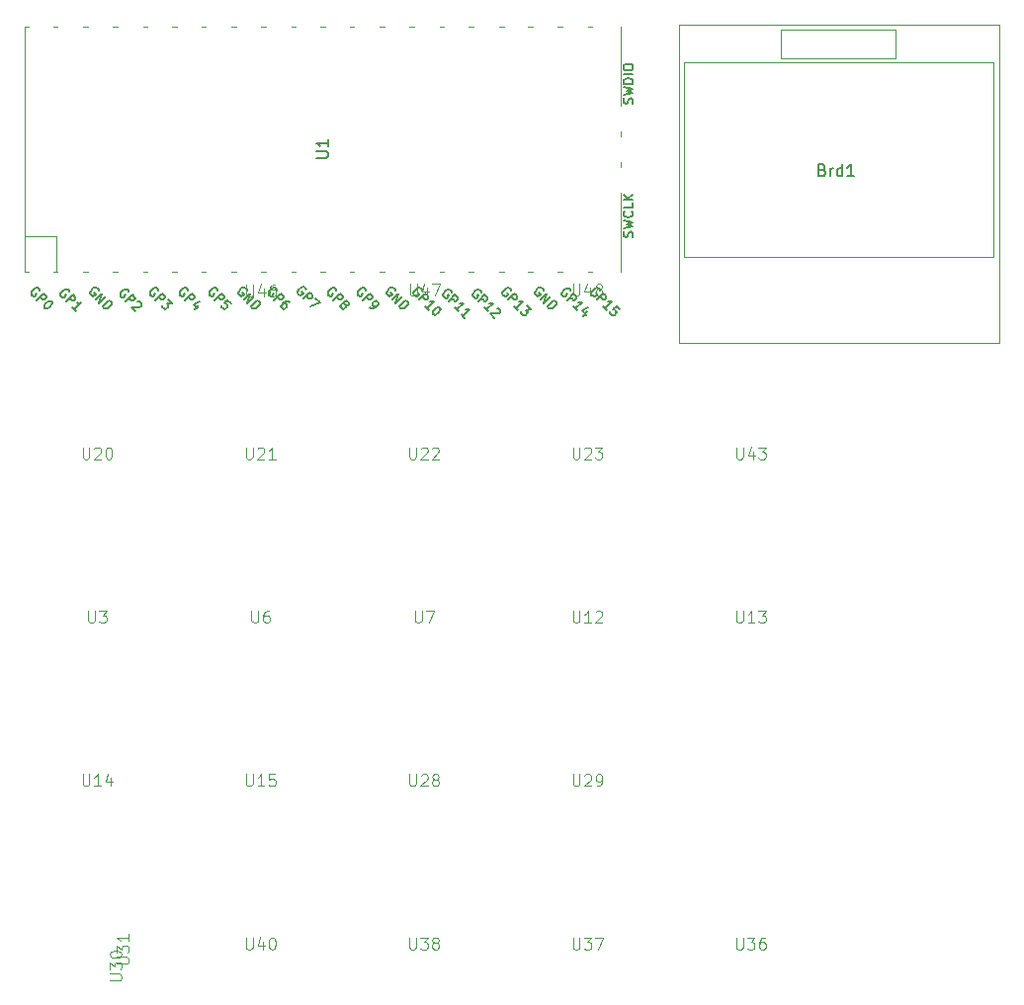
<source format=gbr>
%TF.GenerationSoftware,KiCad,Pcbnew,7.0.9*%
%TF.CreationDate,2024-09-03T11:05:06+09:00*%
%TF.ProjectId,_________,d5eac3af-adfc-4dcf-9cc9-2e6b69636164,rev?*%
%TF.SameCoordinates,Original*%
%TF.FileFunction,Legend,Top*%
%TF.FilePolarity,Positive*%
%FSLAX46Y46*%
G04 Gerber Fmt 4.6, Leading zero omitted, Abs format (unit mm)*
G04 Created by KiCad (PCBNEW 7.0.9) date 2024-09-03 11:05:06*
%MOMM*%
%LPD*%
G01*
G04 APERTURE LIST*
%ADD10C,0.100000*%
%ADD11C,0.150000*%
%ADD12C,0.120000*%
G04 APERTURE END LIST*
D10*
X155170957Y-120807419D02*
X155170957Y-121616942D01*
X155170957Y-121616942D02*
X155218576Y-121712180D01*
X155218576Y-121712180D02*
X155266195Y-121759800D01*
X155266195Y-121759800D02*
X155361433Y-121807419D01*
X155361433Y-121807419D02*
X155551909Y-121807419D01*
X155551909Y-121807419D02*
X155647147Y-121759800D01*
X155647147Y-121759800D02*
X155694766Y-121712180D01*
X155694766Y-121712180D02*
X155742385Y-121616942D01*
X155742385Y-121616942D02*
X155742385Y-120807419D01*
X156123338Y-120807419D02*
X156742385Y-120807419D01*
X156742385Y-120807419D02*
X156409052Y-121188371D01*
X156409052Y-121188371D02*
X156551909Y-121188371D01*
X156551909Y-121188371D02*
X156647147Y-121235990D01*
X156647147Y-121235990D02*
X156694766Y-121283609D01*
X156694766Y-121283609D02*
X156742385Y-121378847D01*
X156742385Y-121378847D02*
X156742385Y-121616942D01*
X156742385Y-121616942D02*
X156694766Y-121712180D01*
X156694766Y-121712180D02*
X156647147Y-121759800D01*
X156647147Y-121759800D02*
X156551909Y-121807419D01*
X156551909Y-121807419D02*
X156266195Y-121807419D01*
X156266195Y-121807419D02*
X156170957Y-121759800D01*
X156170957Y-121759800D02*
X156123338Y-121712180D01*
X157599528Y-120807419D02*
X157409052Y-120807419D01*
X157409052Y-120807419D02*
X157313814Y-120855038D01*
X157313814Y-120855038D02*
X157266195Y-120902657D01*
X157266195Y-120902657D02*
X157170957Y-121045514D01*
X157170957Y-121045514D02*
X157123338Y-121235990D01*
X157123338Y-121235990D02*
X157123338Y-121616942D01*
X157123338Y-121616942D02*
X157170957Y-121712180D01*
X157170957Y-121712180D02*
X157218576Y-121759800D01*
X157218576Y-121759800D02*
X157313814Y-121807419D01*
X157313814Y-121807419D02*
X157504290Y-121807419D01*
X157504290Y-121807419D02*
X157599528Y-121759800D01*
X157599528Y-121759800D02*
X157647147Y-121712180D01*
X157647147Y-121712180D02*
X157694766Y-121616942D01*
X157694766Y-121616942D02*
X157694766Y-121378847D01*
X157694766Y-121378847D02*
X157647147Y-121283609D01*
X157647147Y-121283609D02*
X157599528Y-121235990D01*
X157599528Y-121235990D02*
X157504290Y-121188371D01*
X157504290Y-121188371D02*
X157313814Y-121188371D01*
X157313814Y-121188371D02*
X157218576Y-121235990D01*
X157218576Y-121235990D02*
X157170957Y-121283609D01*
X157170957Y-121283609D02*
X157123338Y-121378847D01*
X101511419Y-124475594D02*
X102320942Y-124475594D01*
X102320942Y-124475594D02*
X102416180Y-124427975D01*
X102416180Y-124427975D02*
X102463800Y-124380356D01*
X102463800Y-124380356D02*
X102511419Y-124285118D01*
X102511419Y-124285118D02*
X102511419Y-124094642D01*
X102511419Y-124094642D02*
X102463800Y-123999404D01*
X102463800Y-123999404D02*
X102416180Y-123951785D01*
X102416180Y-123951785D02*
X102320942Y-123904166D01*
X102320942Y-123904166D02*
X101511419Y-123904166D01*
X101511419Y-123523213D02*
X101511419Y-122904166D01*
X101511419Y-122904166D02*
X101892371Y-123237499D01*
X101892371Y-123237499D02*
X101892371Y-123094642D01*
X101892371Y-123094642D02*
X101939990Y-122999404D01*
X101939990Y-122999404D02*
X101987609Y-122951785D01*
X101987609Y-122951785D02*
X102082847Y-122904166D01*
X102082847Y-122904166D02*
X102320942Y-122904166D01*
X102320942Y-122904166D02*
X102416180Y-122951785D01*
X102416180Y-122951785D02*
X102463800Y-122999404D01*
X102463800Y-122999404D02*
X102511419Y-123094642D01*
X102511419Y-123094642D02*
X102511419Y-123380356D01*
X102511419Y-123380356D02*
X102463800Y-123475594D01*
X102463800Y-123475594D02*
X102416180Y-123523213D01*
X101511419Y-122285118D02*
X101511419Y-122189880D01*
X101511419Y-122189880D02*
X101559038Y-122094642D01*
X101559038Y-122094642D02*
X101606657Y-122047023D01*
X101606657Y-122047023D02*
X101701895Y-121999404D01*
X101701895Y-121999404D02*
X101892371Y-121951785D01*
X101892371Y-121951785D02*
X102130466Y-121951785D01*
X102130466Y-121951785D02*
X102320942Y-121999404D01*
X102320942Y-121999404D02*
X102416180Y-122047023D01*
X102416180Y-122047023D02*
X102463800Y-122094642D01*
X102463800Y-122094642D02*
X102511419Y-122189880D01*
X102511419Y-122189880D02*
X102511419Y-122285118D01*
X102511419Y-122285118D02*
X102463800Y-122380356D01*
X102463800Y-122380356D02*
X102416180Y-122427975D01*
X102416180Y-122427975D02*
X102320942Y-122475594D01*
X102320942Y-122475594D02*
X102130466Y-122523213D01*
X102130466Y-122523213D02*
X101892371Y-122523213D01*
X101892371Y-122523213D02*
X101701895Y-122475594D01*
X101701895Y-122475594D02*
X101606657Y-122427975D01*
X101606657Y-122427975D02*
X101559038Y-122380356D01*
X101559038Y-122380356D02*
X101511419Y-122285118D01*
X127220957Y-64807419D02*
X127220957Y-65616942D01*
X127220957Y-65616942D02*
X127268576Y-65712180D01*
X127268576Y-65712180D02*
X127316195Y-65759800D01*
X127316195Y-65759800D02*
X127411433Y-65807419D01*
X127411433Y-65807419D02*
X127601909Y-65807419D01*
X127601909Y-65807419D02*
X127697147Y-65759800D01*
X127697147Y-65759800D02*
X127744766Y-65712180D01*
X127744766Y-65712180D02*
X127792385Y-65616942D01*
X127792385Y-65616942D02*
X127792385Y-64807419D01*
X128697147Y-65140752D02*
X128697147Y-65807419D01*
X128459052Y-64759800D02*
X128220957Y-65474085D01*
X128220957Y-65474085D02*
X128840004Y-65474085D01*
X129125719Y-64807419D02*
X129792385Y-64807419D01*
X129792385Y-64807419D02*
X129363814Y-65807419D01*
X141170957Y-120807419D02*
X141170957Y-121616942D01*
X141170957Y-121616942D02*
X141218576Y-121712180D01*
X141218576Y-121712180D02*
X141266195Y-121759800D01*
X141266195Y-121759800D02*
X141361433Y-121807419D01*
X141361433Y-121807419D02*
X141551909Y-121807419D01*
X141551909Y-121807419D02*
X141647147Y-121759800D01*
X141647147Y-121759800D02*
X141694766Y-121712180D01*
X141694766Y-121712180D02*
X141742385Y-121616942D01*
X141742385Y-121616942D02*
X141742385Y-120807419D01*
X142123338Y-120807419D02*
X142742385Y-120807419D01*
X142742385Y-120807419D02*
X142409052Y-121188371D01*
X142409052Y-121188371D02*
X142551909Y-121188371D01*
X142551909Y-121188371D02*
X142647147Y-121235990D01*
X142647147Y-121235990D02*
X142694766Y-121283609D01*
X142694766Y-121283609D02*
X142742385Y-121378847D01*
X142742385Y-121378847D02*
X142742385Y-121616942D01*
X142742385Y-121616942D02*
X142694766Y-121712180D01*
X142694766Y-121712180D02*
X142647147Y-121759800D01*
X142647147Y-121759800D02*
X142551909Y-121807419D01*
X142551909Y-121807419D02*
X142266195Y-121807419D01*
X142266195Y-121807419D02*
X142170957Y-121759800D01*
X142170957Y-121759800D02*
X142123338Y-121712180D01*
X143075719Y-120807419D02*
X143742385Y-120807419D01*
X143742385Y-120807419D02*
X143313814Y-121807419D01*
X141170957Y-78807419D02*
X141170957Y-79616942D01*
X141170957Y-79616942D02*
X141218576Y-79712180D01*
X141218576Y-79712180D02*
X141266195Y-79759800D01*
X141266195Y-79759800D02*
X141361433Y-79807419D01*
X141361433Y-79807419D02*
X141551909Y-79807419D01*
X141551909Y-79807419D02*
X141647147Y-79759800D01*
X141647147Y-79759800D02*
X141694766Y-79712180D01*
X141694766Y-79712180D02*
X141742385Y-79616942D01*
X141742385Y-79616942D02*
X141742385Y-78807419D01*
X142170957Y-78902657D02*
X142218576Y-78855038D01*
X142218576Y-78855038D02*
X142313814Y-78807419D01*
X142313814Y-78807419D02*
X142551909Y-78807419D01*
X142551909Y-78807419D02*
X142647147Y-78855038D01*
X142647147Y-78855038D02*
X142694766Y-78902657D01*
X142694766Y-78902657D02*
X142742385Y-78997895D01*
X142742385Y-78997895D02*
X142742385Y-79093133D01*
X142742385Y-79093133D02*
X142694766Y-79235990D01*
X142694766Y-79235990D02*
X142123338Y-79807419D01*
X142123338Y-79807419D02*
X142742385Y-79807419D01*
X143075719Y-78807419D02*
X143694766Y-78807419D01*
X143694766Y-78807419D02*
X143361433Y-79188371D01*
X143361433Y-79188371D02*
X143504290Y-79188371D01*
X143504290Y-79188371D02*
X143599528Y-79235990D01*
X143599528Y-79235990D02*
X143647147Y-79283609D01*
X143647147Y-79283609D02*
X143694766Y-79378847D01*
X143694766Y-79378847D02*
X143694766Y-79616942D01*
X143694766Y-79616942D02*
X143647147Y-79712180D01*
X143647147Y-79712180D02*
X143599528Y-79759800D01*
X143599528Y-79759800D02*
X143504290Y-79807419D01*
X143504290Y-79807419D02*
X143218576Y-79807419D01*
X143218576Y-79807419D02*
X143123338Y-79759800D01*
X143123338Y-79759800D02*
X143075719Y-79712180D01*
X127170957Y-78807419D02*
X127170957Y-79616942D01*
X127170957Y-79616942D02*
X127218576Y-79712180D01*
X127218576Y-79712180D02*
X127266195Y-79759800D01*
X127266195Y-79759800D02*
X127361433Y-79807419D01*
X127361433Y-79807419D02*
X127551909Y-79807419D01*
X127551909Y-79807419D02*
X127647147Y-79759800D01*
X127647147Y-79759800D02*
X127694766Y-79712180D01*
X127694766Y-79712180D02*
X127742385Y-79616942D01*
X127742385Y-79616942D02*
X127742385Y-78807419D01*
X128170957Y-78902657D02*
X128218576Y-78855038D01*
X128218576Y-78855038D02*
X128313814Y-78807419D01*
X128313814Y-78807419D02*
X128551909Y-78807419D01*
X128551909Y-78807419D02*
X128647147Y-78855038D01*
X128647147Y-78855038D02*
X128694766Y-78902657D01*
X128694766Y-78902657D02*
X128742385Y-78997895D01*
X128742385Y-78997895D02*
X128742385Y-79093133D01*
X128742385Y-79093133D02*
X128694766Y-79235990D01*
X128694766Y-79235990D02*
X128123338Y-79807419D01*
X128123338Y-79807419D02*
X128742385Y-79807419D01*
X129123338Y-78902657D02*
X129170957Y-78855038D01*
X129170957Y-78855038D02*
X129266195Y-78807419D01*
X129266195Y-78807419D02*
X129504290Y-78807419D01*
X129504290Y-78807419D02*
X129599528Y-78855038D01*
X129599528Y-78855038D02*
X129647147Y-78902657D01*
X129647147Y-78902657D02*
X129694766Y-78997895D01*
X129694766Y-78997895D02*
X129694766Y-79093133D01*
X129694766Y-79093133D02*
X129647147Y-79235990D01*
X129647147Y-79235990D02*
X129075719Y-79807419D01*
X129075719Y-79807419D02*
X129694766Y-79807419D01*
X113170957Y-78807419D02*
X113170957Y-79616942D01*
X113170957Y-79616942D02*
X113218576Y-79712180D01*
X113218576Y-79712180D02*
X113266195Y-79759800D01*
X113266195Y-79759800D02*
X113361433Y-79807419D01*
X113361433Y-79807419D02*
X113551909Y-79807419D01*
X113551909Y-79807419D02*
X113647147Y-79759800D01*
X113647147Y-79759800D02*
X113694766Y-79712180D01*
X113694766Y-79712180D02*
X113742385Y-79616942D01*
X113742385Y-79616942D02*
X113742385Y-78807419D01*
X114170957Y-78902657D02*
X114218576Y-78855038D01*
X114218576Y-78855038D02*
X114313814Y-78807419D01*
X114313814Y-78807419D02*
X114551909Y-78807419D01*
X114551909Y-78807419D02*
X114647147Y-78855038D01*
X114647147Y-78855038D02*
X114694766Y-78902657D01*
X114694766Y-78902657D02*
X114742385Y-78997895D01*
X114742385Y-78997895D02*
X114742385Y-79093133D01*
X114742385Y-79093133D02*
X114694766Y-79235990D01*
X114694766Y-79235990D02*
X114123338Y-79807419D01*
X114123338Y-79807419D02*
X114742385Y-79807419D01*
X115694766Y-79807419D02*
X115123338Y-79807419D01*
X115409052Y-79807419D02*
X115409052Y-78807419D01*
X115409052Y-78807419D02*
X115313814Y-78950276D01*
X115313814Y-78950276D02*
X115218576Y-79045514D01*
X115218576Y-79045514D02*
X115123338Y-79093133D01*
X155170957Y-92807419D02*
X155170957Y-93616942D01*
X155170957Y-93616942D02*
X155218576Y-93712180D01*
X155218576Y-93712180D02*
X155266195Y-93759800D01*
X155266195Y-93759800D02*
X155361433Y-93807419D01*
X155361433Y-93807419D02*
X155551909Y-93807419D01*
X155551909Y-93807419D02*
X155647147Y-93759800D01*
X155647147Y-93759800D02*
X155694766Y-93712180D01*
X155694766Y-93712180D02*
X155742385Y-93616942D01*
X155742385Y-93616942D02*
X155742385Y-92807419D01*
X156742385Y-93807419D02*
X156170957Y-93807419D01*
X156456671Y-93807419D02*
X156456671Y-92807419D01*
X156456671Y-92807419D02*
X156361433Y-92950276D01*
X156361433Y-92950276D02*
X156266195Y-93045514D01*
X156266195Y-93045514D02*
X156170957Y-93093133D01*
X157075719Y-92807419D02*
X157694766Y-92807419D01*
X157694766Y-92807419D02*
X157361433Y-93188371D01*
X157361433Y-93188371D02*
X157504290Y-93188371D01*
X157504290Y-93188371D02*
X157599528Y-93235990D01*
X157599528Y-93235990D02*
X157647147Y-93283609D01*
X157647147Y-93283609D02*
X157694766Y-93378847D01*
X157694766Y-93378847D02*
X157694766Y-93616942D01*
X157694766Y-93616942D02*
X157647147Y-93712180D01*
X157647147Y-93712180D02*
X157599528Y-93759800D01*
X157599528Y-93759800D02*
X157504290Y-93807419D01*
X157504290Y-93807419D02*
X157218576Y-93807419D01*
X157218576Y-93807419D02*
X157123338Y-93759800D01*
X157123338Y-93759800D02*
X157075719Y-93712180D01*
X99170957Y-78807419D02*
X99170957Y-79616942D01*
X99170957Y-79616942D02*
X99218576Y-79712180D01*
X99218576Y-79712180D02*
X99266195Y-79759800D01*
X99266195Y-79759800D02*
X99361433Y-79807419D01*
X99361433Y-79807419D02*
X99551909Y-79807419D01*
X99551909Y-79807419D02*
X99647147Y-79759800D01*
X99647147Y-79759800D02*
X99694766Y-79712180D01*
X99694766Y-79712180D02*
X99742385Y-79616942D01*
X99742385Y-79616942D02*
X99742385Y-78807419D01*
X100170957Y-78902657D02*
X100218576Y-78855038D01*
X100218576Y-78855038D02*
X100313814Y-78807419D01*
X100313814Y-78807419D02*
X100551909Y-78807419D01*
X100551909Y-78807419D02*
X100647147Y-78855038D01*
X100647147Y-78855038D02*
X100694766Y-78902657D01*
X100694766Y-78902657D02*
X100742385Y-78997895D01*
X100742385Y-78997895D02*
X100742385Y-79093133D01*
X100742385Y-79093133D02*
X100694766Y-79235990D01*
X100694766Y-79235990D02*
X100123338Y-79807419D01*
X100123338Y-79807419D02*
X100742385Y-79807419D01*
X101361433Y-78807419D02*
X101456671Y-78807419D01*
X101456671Y-78807419D02*
X101551909Y-78855038D01*
X101551909Y-78855038D02*
X101599528Y-78902657D01*
X101599528Y-78902657D02*
X101647147Y-78997895D01*
X101647147Y-78997895D02*
X101694766Y-79188371D01*
X101694766Y-79188371D02*
X101694766Y-79426466D01*
X101694766Y-79426466D02*
X101647147Y-79616942D01*
X101647147Y-79616942D02*
X101599528Y-79712180D01*
X101599528Y-79712180D02*
X101551909Y-79759800D01*
X101551909Y-79759800D02*
X101456671Y-79807419D01*
X101456671Y-79807419D02*
X101361433Y-79807419D01*
X101361433Y-79807419D02*
X101266195Y-79759800D01*
X101266195Y-79759800D02*
X101218576Y-79712180D01*
X101218576Y-79712180D02*
X101170957Y-79616942D01*
X101170957Y-79616942D02*
X101123338Y-79426466D01*
X101123338Y-79426466D02*
X101123338Y-79188371D01*
X101123338Y-79188371D02*
X101170957Y-78997895D01*
X101170957Y-78997895D02*
X101218576Y-78902657D01*
X101218576Y-78902657D02*
X101266195Y-78855038D01*
X101266195Y-78855038D02*
X101361433Y-78807419D01*
X127170957Y-120807419D02*
X127170957Y-121616942D01*
X127170957Y-121616942D02*
X127218576Y-121712180D01*
X127218576Y-121712180D02*
X127266195Y-121759800D01*
X127266195Y-121759800D02*
X127361433Y-121807419D01*
X127361433Y-121807419D02*
X127551909Y-121807419D01*
X127551909Y-121807419D02*
X127647147Y-121759800D01*
X127647147Y-121759800D02*
X127694766Y-121712180D01*
X127694766Y-121712180D02*
X127742385Y-121616942D01*
X127742385Y-121616942D02*
X127742385Y-120807419D01*
X128123338Y-120807419D02*
X128742385Y-120807419D01*
X128742385Y-120807419D02*
X128409052Y-121188371D01*
X128409052Y-121188371D02*
X128551909Y-121188371D01*
X128551909Y-121188371D02*
X128647147Y-121235990D01*
X128647147Y-121235990D02*
X128694766Y-121283609D01*
X128694766Y-121283609D02*
X128742385Y-121378847D01*
X128742385Y-121378847D02*
X128742385Y-121616942D01*
X128742385Y-121616942D02*
X128694766Y-121712180D01*
X128694766Y-121712180D02*
X128647147Y-121759800D01*
X128647147Y-121759800D02*
X128551909Y-121807419D01*
X128551909Y-121807419D02*
X128266195Y-121807419D01*
X128266195Y-121807419D02*
X128170957Y-121759800D01*
X128170957Y-121759800D02*
X128123338Y-121712180D01*
X129313814Y-121235990D02*
X129218576Y-121188371D01*
X129218576Y-121188371D02*
X129170957Y-121140752D01*
X129170957Y-121140752D02*
X129123338Y-121045514D01*
X129123338Y-121045514D02*
X129123338Y-120997895D01*
X129123338Y-120997895D02*
X129170957Y-120902657D01*
X129170957Y-120902657D02*
X129218576Y-120855038D01*
X129218576Y-120855038D02*
X129313814Y-120807419D01*
X129313814Y-120807419D02*
X129504290Y-120807419D01*
X129504290Y-120807419D02*
X129599528Y-120855038D01*
X129599528Y-120855038D02*
X129647147Y-120902657D01*
X129647147Y-120902657D02*
X129694766Y-120997895D01*
X129694766Y-120997895D02*
X129694766Y-121045514D01*
X129694766Y-121045514D02*
X129647147Y-121140752D01*
X129647147Y-121140752D02*
X129599528Y-121188371D01*
X129599528Y-121188371D02*
X129504290Y-121235990D01*
X129504290Y-121235990D02*
X129313814Y-121235990D01*
X129313814Y-121235990D02*
X129218576Y-121283609D01*
X129218576Y-121283609D02*
X129170957Y-121331228D01*
X129170957Y-121331228D02*
X129123338Y-121426466D01*
X129123338Y-121426466D02*
X129123338Y-121616942D01*
X129123338Y-121616942D02*
X129170957Y-121712180D01*
X129170957Y-121712180D02*
X129218576Y-121759800D01*
X129218576Y-121759800D02*
X129313814Y-121807419D01*
X129313814Y-121807419D02*
X129504290Y-121807419D01*
X129504290Y-121807419D02*
X129599528Y-121759800D01*
X129599528Y-121759800D02*
X129647147Y-121712180D01*
X129647147Y-121712180D02*
X129694766Y-121616942D01*
X129694766Y-121616942D02*
X129694766Y-121426466D01*
X129694766Y-121426466D02*
X129647147Y-121331228D01*
X129647147Y-121331228D02*
X129599528Y-121283609D01*
X129599528Y-121283609D02*
X129504290Y-121235990D01*
D11*
X119204819Y-54011904D02*
X120014342Y-54011904D01*
X120014342Y-54011904D02*
X120109580Y-53964285D01*
X120109580Y-53964285D02*
X120157200Y-53916666D01*
X120157200Y-53916666D02*
X120204819Y-53821428D01*
X120204819Y-53821428D02*
X120204819Y-53630952D01*
X120204819Y-53630952D02*
X120157200Y-53535714D01*
X120157200Y-53535714D02*
X120109580Y-53488095D01*
X120109580Y-53488095D02*
X120014342Y-53440476D01*
X120014342Y-53440476D02*
X119204819Y-53440476D01*
X120204819Y-52440476D02*
X120204819Y-53011904D01*
X120204819Y-52726190D02*
X119204819Y-52726190D01*
X119204819Y-52726190D02*
X119347676Y-52821428D01*
X119347676Y-52821428D02*
X119442914Y-52916666D01*
X119442914Y-52916666D02*
X119490533Y-53011904D01*
X135869131Y-65347998D02*
X135842194Y-65267185D01*
X135842194Y-65267185D02*
X135761381Y-65186373D01*
X135761381Y-65186373D02*
X135653632Y-65132498D01*
X135653632Y-65132498D02*
X135545882Y-65132498D01*
X135545882Y-65132498D02*
X135465070Y-65159436D01*
X135465070Y-65159436D02*
X135330383Y-65240248D01*
X135330383Y-65240248D02*
X135249571Y-65321060D01*
X135249571Y-65321060D02*
X135168758Y-65455747D01*
X135168758Y-65455747D02*
X135141821Y-65536560D01*
X135141821Y-65536560D02*
X135141821Y-65644309D01*
X135141821Y-65644309D02*
X135195696Y-65752059D01*
X135195696Y-65752059D02*
X135249571Y-65805934D01*
X135249571Y-65805934D02*
X135357320Y-65859808D01*
X135357320Y-65859808D02*
X135411195Y-65859808D01*
X135411195Y-65859808D02*
X135599757Y-65671247D01*
X135599757Y-65671247D02*
X135492007Y-65563497D01*
X135599757Y-66156120D02*
X136165442Y-65590434D01*
X136165442Y-65590434D02*
X136380942Y-65805934D01*
X136380942Y-65805934D02*
X136407879Y-65886746D01*
X136407879Y-65886746D02*
X136407879Y-65940621D01*
X136407879Y-65940621D02*
X136380942Y-66021433D01*
X136380942Y-66021433D02*
X136300129Y-66102245D01*
X136300129Y-66102245D02*
X136219317Y-66129182D01*
X136219317Y-66129182D02*
X136165442Y-66129182D01*
X136165442Y-66129182D02*
X136084630Y-66102245D01*
X136084630Y-66102245D02*
X135869131Y-65886746D01*
X136461754Y-67018117D02*
X136138505Y-66694868D01*
X136300129Y-66856492D02*
X136865815Y-66290807D01*
X136865815Y-66290807D02*
X136731128Y-66317744D01*
X136731128Y-66317744D02*
X136623378Y-66317744D01*
X136623378Y-66317744D02*
X136542566Y-66290807D01*
X137216001Y-66640993D02*
X137566187Y-66991179D01*
X137566187Y-66991179D02*
X137162126Y-67018117D01*
X137162126Y-67018117D02*
X137242939Y-67098929D01*
X137242939Y-67098929D02*
X137269876Y-67179741D01*
X137269876Y-67179741D02*
X137269876Y-67233616D01*
X137269876Y-67233616D02*
X137242939Y-67314428D01*
X137242939Y-67314428D02*
X137108252Y-67449115D01*
X137108252Y-67449115D02*
X137027439Y-67476053D01*
X137027439Y-67476053D02*
X136973565Y-67476053D01*
X136973565Y-67476053D02*
X136892752Y-67449115D01*
X136892752Y-67449115D02*
X136731128Y-67287491D01*
X136731128Y-67287491D02*
X136704191Y-67206679D01*
X136704191Y-67206679D02*
X136704191Y-67152804D01*
X138651568Y-65336435D02*
X138624631Y-65255623D01*
X138624631Y-65255623D02*
X138543819Y-65174811D01*
X138543819Y-65174811D02*
X138436069Y-65120936D01*
X138436069Y-65120936D02*
X138328319Y-65120936D01*
X138328319Y-65120936D02*
X138247507Y-65147873D01*
X138247507Y-65147873D02*
X138112820Y-65228685D01*
X138112820Y-65228685D02*
X138032008Y-65309498D01*
X138032008Y-65309498D02*
X137951196Y-65444185D01*
X137951196Y-65444185D02*
X137924258Y-65524997D01*
X137924258Y-65524997D02*
X137924258Y-65632746D01*
X137924258Y-65632746D02*
X137978133Y-65740496D01*
X137978133Y-65740496D02*
X138032008Y-65794371D01*
X138032008Y-65794371D02*
X138139758Y-65848246D01*
X138139758Y-65848246D02*
X138193632Y-65848246D01*
X138193632Y-65848246D02*
X138382194Y-65659684D01*
X138382194Y-65659684D02*
X138274445Y-65551934D01*
X138382194Y-66144557D02*
X138947880Y-65578872D01*
X138947880Y-65578872D02*
X138705443Y-66467806D01*
X138705443Y-66467806D02*
X139271128Y-65902120D01*
X138974817Y-66737180D02*
X139540502Y-66171494D01*
X139540502Y-66171494D02*
X139675189Y-66306181D01*
X139675189Y-66306181D02*
X139729064Y-66413931D01*
X139729064Y-66413931D02*
X139729064Y-66521680D01*
X139729064Y-66521680D02*
X139702127Y-66602493D01*
X139702127Y-66602493D02*
X139621314Y-66737180D01*
X139621314Y-66737180D02*
X139540502Y-66817992D01*
X139540502Y-66817992D02*
X139405815Y-66898804D01*
X139405815Y-66898804D02*
X139325003Y-66925741D01*
X139325003Y-66925741D02*
X139217253Y-66925741D01*
X139217253Y-66925741D02*
X139109504Y-66871867D01*
X139109504Y-66871867D02*
X138974817Y-66737180D01*
X95498505Y-65363372D02*
X95471568Y-65282560D01*
X95471568Y-65282560D02*
X95390756Y-65201748D01*
X95390756Y-65201748D02*
X95283006Y-65147873D01*
X95283006Y-65147873D02*
X95175257Y-65147873D01*
X95175257Y-65147873D02*
X95094444Y-65174810D01*
X95094444Y-65174810D02*
X94959757Y-65255623D01*
X94959757Y-65255623D02*
X94878945Y-65336435D01*
X94878945Y-65336435D02*
X94798133Y-65471122D01*
X94798133Y-65471122D02*
X94771196Y-65551934D01*
X94771196Y-65551934D02*
X94771196Y-65659684D01*
X94771196Y-65659684D02*
X94825070Y-65767433D01*
X94825070Y-65767433D02*
X94878945Y-65821308D01*
X94878945Y-65821308D02*
X94986695Y-65875183D01*
X94986695Y-65875183D02*
X95040570Y-65875183D01*
X95040570Y-65875183D02*
X95229131Y-65686621D01*
X95229131Y-65686621D02*
X95121382Y-65578871D01*
X95229131Y-66171494D02*
X95794817Y-65605809D01*
X95794817Y-65605809D02*
X96010316Y-65821308D01*
X96010316Y-65821308D02*
X96037253Y-65902120D01*
X96037253Y-65902120D02*
X96037253Y-65955995D01*
X96037253Y-65955995D02*
X96010316Y-66036807D01*
X96010316Y-66036807D02*
X95929504Y-66117619D01*
X95929504Y-66117619D02*
X95848692Y-66144557D01*
X95848692Y-66144557D02*
X95794817Y-66144557D01*
X95794817Y-66144557D02*
X95714005Y-66117619D01*
X95714005Y-66117619D02*
X95498505Y-65902120D01*
X96468252Y-66279244D02*
X96522127Y-66333119D01*
X96522127Y-66333119D02*
X96549064Y-66413931D01*
X96549064Y-66413931D02*
X96549064Y-66467806D01*
X96549064Y-66467806D02*
X96522127Y-66548618D01*
X96522127Y-66548618D02*
X96441314Y-66683305D01*
X96441314Y-66683305D02*
X96306627Y-66817992D01*
X96306627Y-66817992D02*
X96171940Y-66898804D01*
X96171940Y-66898804D02*
X96091128Y-66925741D01*
X96091128Y-66925741D02*
X96037253Y-66925741D01*
X96037253Y-66925741D02*
X95956441Y-66898804D01*
X95956441Y-66898804D02*
X95902566Y-66844929D01*
X95902566Y-66844929D02*
X95875629Y-66764117D01*
X95875629Y-66764117D02*
X95875629Y-66710242D01*
X95875629Y-66710242D02*
X95902566Y-66629430D01*
X95902566Y-66629430D02*
X95983379Y-66494743D01*
X95983379Y-66494743D02*
X96118066Y-66360056D01*
X96118066Y-66360056D02*
X96252753Y-66279244D01*
X96252753Y-66279244D02*
X96333565Y-66252306D01*
X96333565Y-66252306D02*
X96387440Y-66252306D01*
X96387440Y-66252306D02*
X96468252Y-66279244D01*
X108198505Y-65363372D02*
X108171568Y-65282560D01*
X108171568Y-65282560D02*
X108090756Y-65201748D01*
X108090756Y-65201748D02*
X107983006Y-65147873D01*
X107983006Y-65147873D02*
X107875257Y-65147873D01*
X107875257Y-65147873D02*
X107794444Y-65174810D01*
X107794444Y-65174810D02*
X107659757Y-65255623D01*
X107659757Y-65255623D02*
X107578945Y-65336435D01*
X107578945Y-65336435D02*
X107498133Y-65471122D01*
X107498133Y-65471122D02*
X107471196Y-65551934D01*
X107471196Y-65551934D02*
X107471196Y-65659684D01*
X107471196Y-65659684D02*
X107525070Y-65767433D01*
X107525070Y-65767433D02*
X107578945Y-65821308D01*
X107578945Y-65821308D02*
X107686695Y-65875183D01*
X107686695Y-65875183D02*
X107740570Y-65875183D01*
X107740570Y-65875183D02*
X107929131Y-65686621D01*
X107929131Y-65686621D02*
X107821382Y-65578871D01*
X107929131Y-66171494D02*
X108494817Y-65605809D01*
X108494817Y-65605809D02*
X108710316Y-65821308D01*
X108710316Y-65821308D02*
X108737253Y-65902120D01*
X108737253Y-65902120D02*
X108737253Y-65955995D01*
X108737253Y-65955995D02*
X108710316Y-66036807D01*
X108710316Y-66036807D02*
X108629504Y-66117619D01*
X108629504Y-66117619D02*
X108548692Y-66144557D01*
X108548692Y-66144557D02*
X108494817Y-66144557D01*
X108494817Y-66144557D02*
X108414005Y-66117619D01*
X108414005Y-66117619D02*
X108198505Y-65902120D01*
X109114377Y-66602493D02*
X108737253Y-66979616D01*
X109195189Y-66252306D02*
X108656441Y-66521680D01*
X108656441Y-66521680D02*
X109006627Y-66871867D01*
X133329131Y-65493998D02*
X133302194Y-65413185D01*
X133302194Y-65413185D02*
X133221381Y-65332373D01*
X133221381Y-65332373D02*
X133113632Y-65278498D01*
X133113632Y-65278498D02*
X133005882Y-65278498D01*
X133005882Y-65278498D02*
X132925070Y-65305436D01*
X132925070Y-65305436D02*
X132790383Y-65386248D01*
X132790383Y-65386248D02*
X132709571Y-65467060D01*
X132709571Y-65467060D02*
X132628758Y-65601747D01*
X132628758Y-65601747D02*
X132601821Y-65682560D01*
X132601821Y-65682560D02*
X132601821Y-65790309D01*
X132601821Y-65790309D02*
X132655696Y-65898059D01*
X132655696Y-65898059D02*
X132709571Y-65951934D01*
X132709571Y-65951934D02*
X132817320Y-66005808D01*
X132817320Y-66005808D02*
X132871195Y-66005808D01*
X132871195Y-66005808D02*
X133059757Y-65817247D01*
X133059757Y-65817247D02*
X132952007Y-65709497D01*
X133059757Y-66302120D02*
X133625442Y-65736434D01*
X133625442Y-65736434D02*
X133840942Y-65951934D01*
X133840942Y-65951934D02*
X133867879Y-66032746D01*
X133867879Y-66032746D02*
X133867879Y-66086621D01*
X133867879Y-66086621D02*
X133840942Y-66167433D01*
X133840942Y-66167433D02*
X133760129Y-66248245D01*
X133760129Y-66248245D02*
X133679317Y-66275182D01*
X133679317Y-66275182D02*
X133625442Y-66275182D01*
X133625442Y-66275182D02*
X133544630Y-66248245D01*
X133544630Y-66248245D02*
X133329131Y-66032746D01*
X133921754Y-67164117D02*
X133598505Y-66840868D01*
X133760129Y-67002492D02*
X134325815Y-66436807D01*
X134325815Y-66436807D02*
X134191128Y-66463744D01*
X134191128Y-66463744D02*
X134083378Y-66463744D01*
X134083378Y-66463744D02*
X134002566Y-66436807D01*
X134649064Y-66867805D02*
X134702939Y-66867805D01*
X134702939Y-66867805D02*
X134783751Y-66894743D01*
X134783751Y-66894743D02*
X134918438Y-67029430D01*
X134918438Y-67029430D02*
X134945375Y-67110242D01*
X134945375Y-67110242D02*
X134945375Y-67164117D01*
X134945375Y-67164117D02*
X134918438Y-67244929D01*
X134918438Y-67244929D02*
X134864563Y-67298804D01*
X134864563Y-67298804D02*
X134756813Y-67352679D01*
X134756813Y-67352679D02*
X134110316Y-67352679D01*
X134110316Y-67352679D02*
X134460502Y-67702865D01*
X100551568Y-65336435D02*
X100524631Y-65255623D01*
X100524631Y-65255623D02*
X100443819Y-65174811D01*
X100443819Y-65174811D02*
X100336069Y-65120936D01*
X100336069Y-65120936D02*
X100228319Y-65120936D01*
X100228319Y-65120936D02*
X100147507Y-65147873D01*
X100147507Y-65147873D02*
X100012820Y-65228685D01*
X100012820Y-65228685D02*
X99932008Y-65309498D01*
X99932008Y-65309498D02*
X99851196Y-65444185D01*
X99851196Y-65444185D02*
X99824258Y-65524997D01*
X99824258Y-65524997D02*
X99824258Y-65632746D01*
X99824258Y-65632746D02*
X99878133Y-65740496D01*
X99878133Y-65740496D02*
X99932008Y-65794371D01*
X99932008Y-65794371D02*
X100039758Y-65848246D01*
X100039758Y-65848246D02*
X100093632Y-65848246D01*
X100093632Y-65848246D02*
X100282194Y-65659684D01*
X100282194Y-65659684D02*
X100174445Y-65551934D01*
X100282194Y-66144557D02*
X100847880Y-65578872D01*
X100847880Y-65578872D02*
X100605443Y-66467806D01*
X100605443Y-66467806D02*
X101171128Y-65902120D01*
X100874817Y-66737180D02*
X101440502Y-66171494D01*
X101440502Y-66171494D02*
X101575189Y-66306181D01*
X101575189Y-66306181D02*
X101629064Y-66413931D01*
X101629064Y-66413931D02*
X101629064Y-66521680D01*
X101629064Y-66521680D02*
X101602127Y-66602493D01*
X101602127Y-66602493D02*
X101521314Y-66737180D01*
X101521314Y-66737180D02*
X101440502Y-66817992D01*
X101440502Y-66817992D02*
X101305815Y-66898804D01*
X101305815Y-66898804D02*
X101225003Y-66925741D01*
X101225003Y-66925741D02*
X101117253Y-66925741D01*
X101117253Y-66925741D02*
X101009504Y-66871867D01*
X101009504Y-66871867D02*
X100874817Y-66737180D01*
X146274200Y-49345238D02*
X146312295Y-49230952D01*
X146312295Y-49230952D02*
X146312295Y-49040476D01*
X146312295Y-49040476D02*
X146274200Y-48964285D01*
X146274200Y-48964285D02*
X146236104Y-48926190D01*
X146236104Y-48926190D02*
X146159914Y-48888095D01*
X146159914Y-48888095D02*
X146083723Y-48888095D01*
X146083723Y-48888095D02*
X146007533Y-48926190D01*
X146007533Y-48926190D02*
X145969438Y-48964285D01*
X145969438Y-48964285D02*
X145931342Y-49040476D01*
X145931342Y-49040476D02*
X145893247Y-49192857D01*
X145893247Y-49192857D02*
X145855152Y-49269047D01*
X145855152Y-49269047D02*
X145817057Y-49307142D01*
X145817057Y-49307142D02*
X145740866Y-49345238D01*
X145740866Y-49345238D02*
X145664676Y-49345238D01*
X145664676Y-49345238D02*
X145588485Y-49307142D01*
X145588485Y-49307142D02*
X145550390Y-49269047D01*
X145550390Y-49269047D02*
X145512295Y-49192857D01*
X145512295Y-49192857D02*
X145512295Y-49002380D01*
X145512295Y-49002380D02*
X145550390Y-48888095D01*
X145512295Y-48621428D02*
X146312295Y-48430952D01*
X146312295Y-48430952D02*
X145740866Y-48278571D01*
X145740866Y-48278571D02*
X146312295Y-48126190D01*
X146312295Y-48126190D02*
X145512295Y-47935714D01*
X146312295Y-47630951D02*
X145512295Y-47630951D01*
X145512295Y-47630951D02*
X145512295Y-47440475D01*
X145512295Y-47440475D02*
X145550390Y-47326189D01*
X145550390Y-47326189D02*
X145626580Y-47249999D01*
X145626580Y-47249999D02*
X145702771Y-47211904D01*
X145702771Y-47211904D02*
X145855152Y-47173808D01*
X145855152Y-47173808D02*
X145969438Y-47173808D01*
X145969438Y-47173808D02*
X146121819Y-47211904D01*
X146121819Y-47211904D02*
X146198009Y-47249999D01*
X146198009Y-47249999D02*
X146274200Y-47326189D01*
X146274200Y-47326189D02*
X146312295Y-47440475D01*
X146312295Y-47440475D02*
X146312295Y-47630951D01*
X146312295Y-46830951D02*
X145512295Y-46830951D01*
X145512295Y-46297618D02*
X145512295Y-46145237D01*
X145512295Y-46145237D02*
X145550390Y-46069047D01*
X145550390Y-46069047D02*
X145626580Y-45992856D01*
X145626580Y-45992856D02*
X145778961Y-45954761D01*
X145778961Y-45954761D02*
X146045628Y-45954761D01*
X146045628Y-45954761D02*
X146198009Y-45992856D01*
X146198009Y-45992856D02*
X146274200Y-46069047D01*
X146274200Y-46069047D02*
X146312295Y-46145237D01*
X146312295Y-46145237D02*
X146312295Y-46297618D01*
X146312295Y-46297618D02*
X146274200Y-46373809D01*
X146274200Y-46373809D02*
X146198009Y-46449999D01*
X146198009Y-46449999D02*
X146045628Y-46488095D01*
X146045628Y-46488095D02*
X145778961Y-46488095D01*
X145778961Y-46488095D02*
X145626580Y-46449999D01*
X145626580Y-46449999D02*
X145550390Y-46373809D01*
X145550390Y-46373809D02*
X145512295Y-46297618D01*
X128249131Y-65347998D02*
X128222194Y-65267185D01*
X128222194Y-65267185D02*
X128141381Y-65186373D01*
X128141381Y-65186373D02*
X128033632Y-65132498D01*
X128033632Y-65132498D02*
X127925882Y-65132498D01*
X127925882Y-65132498D02*
X127845070Y-65159436D01*
X127845070Y-65159436D02*
X127710383Y-65240248D01*
X127710383Y-65240248D02*
X127629571Y-65321060D01*
X127629571Y-65321060D02*
X127548758Y-65455747D01*
X127548758Y-65455747D02*
X127521821Y-65536560D01*
X127521821Y-65536560D02*
X127521821Y-65644309D01*
X127521821Y-65644309D02*
X127575696Y-65752059D01*
X127575696Y-65752059D02*
X127629571Y-65805934D01*
X127629571Y-65805934D02*
X127737320Y-65859808D01*
X127737320Y-65859808D02*
X127791195Y-65859808D01*
X127791195Y-65859808D02*
X127979757Y-65671247D01*
X127979757Y-65671247D02*
X127872007Y-65563497D01*
X127979757Y-66156120D02*
X128545442Y-65590434D01*
X128545442Y-65590434D02*
X128760942Y-65805934D01*
X128760942Y-65805934D02*
X128787879Y-65886746D01*
X128787879Y-65886746D02*
X128787879Y-65940621D01*
X128787879Y-65940621D02*
X128760942Y-66021433D01*
X128760942Y-66021433D02*
X128680129Y-66102245D01*
X128680129Y-66102245D02*
X128599317Y-66129182D01*
X128599317Y-66129182D02*
X128545442Y-66129182D01*
X128545442Y-66129182D02*
X128464630Y-66102245D01*
X128464630Y-66102245D02*
X128249131Y-65886746D01*
X128841754Y-67018117D02*
X128518505Y-66694868D01*
X128680129Y-66856492D02*
X129245815Y-66290807D01*
X129245815Y-66290807D02*
X129111128Y-66317744D01*
X129111128Y-66317744D02*
X129003378Y-66317744D01*
X129003378Y-66317744D02*
X128922566Y-66290807D01*
X129757626Y-66802618D02*
X129811500Y-66856492D01*
X129811500Y-66856492D02*
X129838438Y-66937305D01*
X129838438Y-66937305D02*
X129838438Y-66991179D01*
X129838438Y-66991179D02*
X129811500Y-67071992D01*
X129811500Y-67071992D02*
X129730688Y-67206679D01*
X129730688Y-67206679D02*
X129596001Y-67341366D01*
X129596001Y-67341366D02*
X129461314Y-67422178D01*
X129461314Y-67422178D02*
X129380502Y-67449115D01*
X129380502Y-67449115D02*
X129326627Y-67449115D01*
X129326627Y-67449115D02*
X129245815Y-67422178D01*
X129245815Y-67422178D02*
X129191940Y-67368303D01*
X129191940Y-67368303D02*
X129165003Y-67287491D01*
X129165003Y-67287491D02*
X129165003Y-67233616D01*
X129165003Y-67233616D02*
X129191940Y-67152804D01*
X129191940Y-67152804D02*
X129272752Y-67018117D01*
X129272752Y-67018117D02*
X129407439Y-66883430D01*
X129407439Y-66883430D02*
X129542126Y-66802618D01*
X129542126Y-66802618D02*
X129622939Y-66775680D01*
X129622939Y-66775680D02*
X129676813Y-66775680D01*
X129676813Y-66775680D02*
X129757626Y-66802618D01*
X98028505Y-65463372D02*
X98001568Y-65382560D01*
X98001568Y-65382560D02*
X97920756Y-65301748D01*
X97920756Y-65301748D02*
X97813006Y-65247873D01*
X97813006Y-65247873D02*
X97705257Y-65247873D01*
X97705257Y-65247873D02*
X97624444Y-65274810D01*
X97624444Y-65274810D02*
X97489757Y-65355623D01*
X97489757Y-65355623D02*
X97408945Y-65436435D01*
X97408945Y-65436435D02*
X97328133Y-65571122D01*
X97328133Y-65571122D02*
X97301196Y-65651934D01*
X97301196Y-65651934D02*
X97301196Y-65759684D01*
X97301196Y-65759684D02*
X97355070Y-65867433D01*
X97355070Y-65867433D02*
X97408945Y-65921308D01*
X97408945Y-65921308D02*
X97516695Y-65975183D01*
X97516695Y-65975183D02*
X97570570Y-65975183D01*
X97570570Y-65975183D02*
X97759131Y-65786621D01*
X97759131Y-65786621D02*
X97651382Y-65678871D01*
X97759131Y-66271494D02*
X98324817Y-65705809D01*
X98324817Y-65705809D02*
X98540316Y-65921308D01*
X98540316Y-65921308D02*
X98567253Y-66002120D01*
X98567253Y-66002120D02*
X98567253Y-66055995D01*
X98567253Y-66055995D02*
X98540316Y-66136807D01*
X98540316Y-66136807D02*
X98459504Y-66217619D01*
X98459504Y-66217619D02*
X98378692Y-66244557D01*
X98378692Y-66244557D02*
X98324817Y-66244557D01*
X98324817Y-66244557D02*
X98244005Y-66217619D01*
X98244005Y-66217619D02*
X98028505Y-66002120D01*
X98621128Y-67133491D02*
X98297879Y-66810242D01*
X98459504Y-66971867D02*
X99025189Y-66406181D01*
X99025189Y-66406181D02*
X98890502Y-66433119D01*
X98890502Y-66433119D02*
X98782753Y-66433119D01*
X98782753Y-66433119D02*
X98701940Y-66406181D01*
X130789131Y-65493998D02*
X130762194Y-65413185D01*
X130762194Y-65413185D02*
X130681381Y-65332373D01*
X130681381Y-65332373D02*
X130573632Y-65278498D01*
X130573632Y-65278498D02*
X130465882Y-65278498D01*
X130465882Y-65278498D02*
X130385070Y-65305436D01*
X130385070Y-65305436D02*
X130250383Y-65386248D01*
X130250383Y-65386248D02*
X130169571Y-65467060D01*
X130169571Y-65467060D02*
X130088758Y-65601747D01*
X130088758Y-65601747D02*
X130061821Y-65682560D01*
X130061821Y-65682560D02*
X130061821Y-65790309D01*
X130061821Y-65790309D02*
X130115696Y-65898059D01*
X130115696Y-65898059D02*
X130169571Y-65951934D01*
X130169571Y-65951934D02*
X130277320Y-66005808D01*
X130277320Y-66005808D02*
X130331195Y-66005808D01*
X130331195Y-66005808D02*
X130519757Y-65817247D01*
X130519757Y-65817247D02*
X130412007Y-65709497D01*
X130519757Y-66302120D02*
X131085442Y-65736434D01*
X131085442Y-65736434D02*
X131300942Y-65951934D01*
X131300942Y-65951934D02*
X131327879Y-66032746D01*
X131327879Y-66032746D02*
X131327879Y-66086621D01*
X131327879Y-66086621D02*
X131300942Y-66167433D01*
X131300942Y-66167433D02*
X131220129Y-66248245D01*
X131220129Y-66248245D02*
X131139317Y-66275182D01*
X131139317Y-66275182D02*
X131085442Y-66275182D01*
X131085442Y-66275182D02*
X131004630Y-66248245D01*
X131004630Y-66248245D02*
X130789131Y-66032746D01*
X131381754Y-67164117D02*
X131058505Y-66840868D01*
X131220129Y-67002492D02*
X131785815Y-66436807D01*
X131785815Y-66436807D02*
X131651128Y-66463744D01*
X131651128Y-66463744D02*
X131543378Y-66463744D01*
X131543378Y-66463744D02*
X131462566Y-66436807D01*
X131920502Y-67702865D02*
X131597253Y-67379616D01*
X131758878Y-67541240D02*
X132324563Y-66975555D01*
X132324563Y-66975555D02*
X132189876Y-67002492D01*
X132189876Y-67002492D02*
X132082126Y-67002492D01*
X132082126Y-67002492D02*
X132001314Y-66975555D01*
X103118505Y-65463372D02*
X103091568Y-65382560D01*
X103091568Y-65382560D02*
X103010756Y-65301748D01*
X103010756Y-65301748D02*
X102903006Y-65247873D01*
X102903006Y-65247873D02*
X102795257Y-65247873D01*
X102795257Y-65247873D02*
X102714444Y-65274810D01*
X102714444Y-65274810D02*
X102579757Y-65355623D01*
X102579757Y-65355623D02*
X102498945Y-65436435D01*
X102498945Y-65436435D02*
X102418133Y-65571122D01*
X102418133Y-65571122D02*
X102391196Y-65651934D01*
X102391196Y-65651934D02*
X102391196Y-65759684D01*
X102391196Y-65759684D02*
X102445070Y-65867433D01*
X102445070Y-65867433D02*
X102498945Y-65921308D01*
X102498945Y-65921308D02*
X102606695Y-65975183D01*
X102606695Y-65975183D02*
X102660570Y-65975183D01*
X102660570Y-65975183D02*
X102849131Y-65786621D01*
X102849131Y-65786621D02*
X102741382Y-65678871D01*
X102849131Y-66271494D02*
X103414817Y-65705809D01*
X103414817Y-65705809D02*
X103630316Y-65921308D01*
X103630316Y-65921308D02*
X103657253Y-66002120D01*
X103657253Y-66002120D02*
X103657253Y-66055995D01*
X103657253Y-66055995D02*
X103630316Y-66136807D01*
X103630316Y-66136807D02*
X103549504Y-66217619D01*
X103549504Y-66217619D02*
X103468692Y-66244557D01*
X103468692Y-66244557D02*
X103414817Y-66244557D01*
X103414817Y-66244557D02*
X103334005Y-66217619D01*
X103334005Y-66217619D02*
X103118505Y-66002120D01*
X103899690Y-66298432D02*
X103953565Y-66298432D01*
X103953565Y-66298432D02*
X104034377Y-66325369D01*
X104034377Y-66325369D02*
X104169064Y-66460056D01*
X104169064Y-66460056D02*
X104196001Y-66540868D01*
X104196001Y-66540868D02*
X104196001Y-66594743D01*
X104196001Y-66594743D02*
X104169064Y-66675555D01*
X104169064Y-66675555D02*
X104115189Y-66729430D01*
X104115189Y-66729430D02*
X104007440Y-66783305D01*
X104007440Y-66783305D02*
X103360942Y-66783305D01*
X103360942Y-66783305D02*
X103711128Y-67133491D01*
X123438505Y-65363372D02*
X123411568Y-65282560D01*
X123411568Y-65282560D02*
X123330756Y-65201748D01*
X123330756Y-65201748D02*
X123223006Y-65147873D01*
X123223006Y-65147873D02*
X123115257Y-65147873D01*
X123115257Y-65147873D02*
X123034444Y-65174810D01*
X123034444Y-65174810D02*
X122899757Y-65255623D01*
X122899757Y-65255623D02*
X122818945Y-65336435D01*
X122818945Y-65336435D02*
X122738133Y-65471122D01*
X122738133Y-65471122D02*
X122711196Y-65551934D01*
X122711196Y-65551934D02*
X122711196Y-65659684D01*
X122711196Y-65659684D02*
X122765070Y-65767433D01*
X122765070Y-65767433D02*
X122818945Y-65821308D01*
X122818945Y-65821308D02*
X122926695Y-65875183D01*
X122926695Y-65875183D02*
X122980570Y-65875183D01*
X122980570Y-65875183D02*
X123169131Y-65686621D01*
X123169131Y-65686621D02*
X123061382Y-65578871D01*
X123169131Y-66171494D02*
X123734817Y-65605809D01*
X123734817Y-65605809D02*
X123950316Y-65821308D01*
X123950316Y-65821308D02*
X123977253Y-65902120D01*
X123977253Y-65902120D02*
X123977253Y-65955995D01*
X123977253Y-65955995D02*
X123950316Y-66036807D01*
X123950316Y-66036807D02*
X123869504Y-66117619D01*
X123869504Y-66117619D02*
X123788692Y-66144557D01*
X123788692Y-66144557D02*
X123734817Y-66144557D01*
X123734817Y-66144557D02*
X123654005Y-66117619D01*
X123654005Y-66117619D02*
X123438505Y-65902120D01*
X123761754Y-66764117D02*
X123869504Y-66871867D01*
X123869504Y-66871867D02*
X123950316Y-66898804D01*
X123950316Y-66898804D02*
X124004191Y-66898804D01*
X124004191Y-66898804D02*
X124138878Y-66871867D01*
X124138878Y-66871867D02*
X124273565Y-66791054D01*
X124273565Y-66791054D02*
X124489064Y-66575555D01*
X124489064Y-66575555D02*
X124516001Y-66494743D01*
X124516001Y-66494743D02*
X124516001Y-66440868D01*
X124516001Y-66440868D02*
X124489064Y-66360056D01*
X124489064Y-66360056D02*
X124381314Y-66252306D01*
X124381314Y-66252306D02*
X124300502Y-66225369D01*
X124300502Y-66225369D02*
X124246627Y-66225369D01*
X124246627Y-66225369D02*
X124165815Y-66252306D01*
X124165815Y-66252306D02*
X124031128Y-66386993D01*
X124031128Y-66386993D02*
X124004191Y-66467806D01*
X124004191Y-66467806D02*
X124004191Y-66521680D01*
X124004191Y-66521680D02*
X124031128Y-66602493D01*
X124031128Y-66602493D02*
X124138878Y-66710242D01*
X124138878Y-66710242D02*
X124219690Y-66737180D01*
X124219690Y-66737180D02*
X124273565Y-66737180D01*
X124273565Y-66737180D02*
X124354377Y-66710242D01*
X125951568Y-65336435D02*
X125924631Y-65255623D01*
X125924631Y-65255623D02*
X125843819Y-65174811D01*
X125843819Y-65174811D02*
X125736069Y-65120936D01*
X125736069Y-65120936D02*
X125628319Y-65120936D01*
X125628319Y-65120936D02*
X125547507Y-65147873D01*
X125547507Y-65147873D02*
X125412820Y-65228685D01*
X125412820Y-65228685D02*
X125332008Y-65309498D01*
X125332008Y-65309498D02*
X125251196Y-65444185D01*
X125251196Y-65444185D02*
X125224258Y-65524997D01*
X125224258Y-65524997D02*
X125224258Y-65632746D01*
X125224258Y-65632746D02*
X125278133Y-65740496D01*
X125278133Y-65740496D02*
X125332008Y-65794371D01*
X125332008Y-65794371D02*
X125439758Y-65848246D01*
X125439758Y-65848246D02*
X125493632Y-65848246D01*
X125493632Y-65848246D02*
X125682194Y-65659684D01*
X125682194Y-65659684D02*
X125574445Y-65551934D01*
X125682194Y-66144557D02*
X126247880Y-65578872D01*
X126247880Y-65578872D02*
X126005443Y-66467806D01*
X126005443Y-66467806D02*
X126571128Y-65902120D01*
X126274817Y-66737180D02*
X126840502Y-66171494D01*
X126840502Y-66171494D02*
X126975189Y-66306181D01*
X126975189Y-66306181D02*
X127029064Y-66413931D01*
X127029064Y-66413931D02*
X127029064Y-66521680D01*
X127029064Y-66521680D02*
X127002127Y-66602493D01*
X127002127Y-66602493D02*
X126921314Y-66737180D01*
X126921314Y-66737180D02*
X126840502Y-66817992D01*
X126840502Y-66817992D02*
X126705815Y-66898804D01*
X126705815Y-66898804D02*
X126625003Y-66925741D01*
X126625003Y-66925741D02*
X126517253Y-66925741D01*
X126517253Y-66925741D02*
X126409504Y-66871867D01*
X126409504Y-66871867D02*
X126274817Y-66737180D01*
X118328505Y-65263372D02*
X118301568Y-65182560D01*
X118301568Y-65182560D02*
X118220756Y-65101748D01*
X118220756Y-65101748D02*
X118113006Y-65047873D01*
X118113006Y-65047873D02*
X118005257Y-65047873D01*
X118005257Y-65047873D02*
X117924444Y-65074810D01*
X117924444Y-65074810D02*
X117789757Y-65155623D01*
X117789757Y-65155623D02*
X117708945Y-65236435D01*
X117708945Y-65236435D02*
X117628133Y-65371122D01*
X117628133Y-65371122D02*
X117601196Y-65451934D01*
X117601196Y-65451934D02*
X117601196Y-65559684D01*
X117601196Y-65559684D02*
X117655070Y-65667433D01*
X117655070Y-65667433D02*
X117708945Y-65721308D01*
X117708945Y-65721308D02*
X117816695Y-65775183D01*
X117816695Y-65775183D02*
X117870570Y-65775183D01*
X117870570Y-65775183D02*
X118059131Y-65586621D01*
X118059131Y-65586621D02*
X117951382Y-65478871D01*
X118059131Y-66071494D02*
X118624817Y-65505809D01*
X118624817Y-65505809D02*
X118840316Y-65721308D01*
X118840316Y-65721308D02*
X118867253Y-65802120D01*
X118867253Y-65802120D02*
X118867253Y-65855995D01*
X118867253Y-65855995D02*
X118840316Y-65936807D01*
X118840316Y-65936807D02*
X118759504Y-66017619D01*
X118759504Y-66017619D02*
X118678692Y-66044557D01*
X118678692Y-66044557D02*
X118624817Y-66044557D01*
X118624817Y-66044557D02*
X118544005Y-66017619D01*
X118544005Y-66017619D02*
X118328505Y-65802120D01*
X119136627Y-66017619D02*
X119513751Y-66394743D01*
X119513751Y-66394743D02*
X118705629Y-66717992D01*
X140949131Y-65393998D02*
X140922194Y-65313185D01*
X140922194Y-65313185D02*
X140841381Y-65232373D01*
X140841381Y-65232373D02*
X140733632Y-65178498D01*
X140733632Y-65178498D02*
X140625882Y-65178498D01*
X140625882Y-65178498D02*
X140545070Y-65205436D01*
X140545070Y-65205436D02*
X140410383Y-65286248D01*
X140410383Y-65286248D02*
X140329571Y-65367060D01*
X140329571Y-65367060D02*
X140248758Y-65501747D01*
X140248758Y-65501747D02*
X140221821Y-65582560D01*
X140221821Y-65582560D02*
X140221821Y-65690309D01*
X140221821Y-65690309D02*
X140275696Y-65798059D01*
X140275696Y-65798059D02*
X140329571Y-65851934D01*
X140329571Y-65851934D02*
X140437320Y-65905808D01*
X140437320Y-65905808D02*
X140491195Y-65905808D01*
X140491195Y-65905808D02*
X140679757Y-65717247D01*
X140679757Y-65717247D02*
X140572007Y-65609497D01*
X140679757Y-66202120D02*
X141245442Y-65636434D01*
X141245442Y-65636434D02*
X141460942Y-65851934D01*
X141460942Y-65851934D02*
X141487879Y-65932746D01*
X141487879Y-65932746D02*
X141487879Y-65986621D01*
X141487879Y-65986621D02*
X141460942Y-66067433D01*
X141460942Y-66067433D02*
X141380129Y-66148245D01*
X141380129Y-66148245D02*
X141299317Y-66175182D01*
X141299317Y-66175182D02*
X141245442Y-66175182D01*
X141245442Y-66175182D02*
X141164630Y-66148245D01*
X141164630Y-66148245D02*
X140949131Y-65932746D01*
X141541754Y-67064117D02*
X141218505Y-66740868D01*
X141380129Y-66902492D02*
X141945815Y-66336807D01*
X141945815Y-66336807D02*
X141811128Y-66363744D01*
X141811128Y-66363744D02*
X141703378Y-66363744D01*
X141703378Y-66363744D02*
X141622566Y-66336807D01*
X142403751Y-67171866D02*
X142026627Y-67548990D01*
X142484563Y-66821680D02*
X141945815Y-67091054D01*
X141945815Y-67091054D02*
X142296001Y-67441240D01*
X146274200Y-60759524D02*
X146312295Y-60645238D01*
X146312295Y-60645238D02*
X146312295Y-60454762D01*
X146312295Y-60454762D02*
X146274200Y-60378571D01*
X146274200Y-60378571D02*
X146236104Y-60340476D01*
X146236104Y-60340476D02*
X146159914Y-60302381D01*
X146159914Y-60302381D02*
X146083723Y-60302381D01*
X146083723Y-60302381D02*
X146007533Y-60340476D01*
X146007533Y-60340476D02*
X145969438Y-60378571D01*
X145969438Y-60378571D02*
X145931342Y-60454762D01*
X145931342Y-60454762D02*
X145893247Y-60607143D01*
X145893247Y-60607143D02*
X145855152Y-60683333D01*
X145855152Y-60683333D02*
X145817057Y-60721428D01*
X145817057Y-60721428D02*
X145740866Y-60759524D01*
X145740866Y-60759524D02*
X145664676Y-60759524D01*
X145664676Y-60759524D02*
X145588485Y-60721428D01*
X145588485Y-60721428D02*
X145550390Y-60683333D01*
X145550390Y-60683333D02*
X145512295Y-60607143D01*
X145512295Y-60607143D02*
X145512295Y-60416666D01*
X145512295Y-60416666D02*
X145550390Y-60302381D01*
X145512295Y-60035714D02*
X146312295Y-59845238D01*
X146312295Y-59845238D02*
X145740866Y-59692857D01*
X145740866Y-59692857D02*
X146312295Y-59540476D01*
X146312295Y-59540476D02*
X145512295Y-59350000D01*
X146236104Y-58588094D02*
X146274200Y-58626190D01*
X146274200Y-58626190D02*
X146312295Y-58740475D01*
X146312295Y-58740475D02*
X146312295Y-58816666D01*
X146312295Y-58816666D02*
X146274200Y-58930952D01*
X146274200Y-58930952D02*
X146198009Y-59007142D01*
X146198009Y-59007142D02*
X146121819Y-59045237D01*
X146121819Y-59045237D02*
X145969438Y-59083333D01*
X145969438Y-59083333D02*
X145855152Y-59083333D01*
X145855152Y-59083333D02*
X145702771Y-59045237D01*
X145702771Y-59045237D02*
X145626580Y-59007142D01*
X145626580Y-59007142D02*
X145550390Y-58930952D01*
X145550390Y-58930952D02*
X145512295Y-58816666D01*
X145512295Y-58816666D02*
X145512295Y-58740475D01*
X145512295Y-58740475D02*
X145550390Y-58626190D01*
X145550390Y-58626190D02*
X145588485Y-58588094D01*
X146312295Y-57864285D02*
X146312295Y-58245237D01*
X146312295Y-58245237D02*
X145512295Y-58245237D01*
X146312295Y-57597618D02*
X145512295Y-57597618D01*
X146312295Y-57140475D02*
X145855152Y-57483333D01*
X145512295Y-57140475D02*
X145969438Y-57597618D01*
X115818505Y-65363372D02*
X115791568Y-65282560D01*
X115791568Y-65282560D02*
X115710756Y-65201748D01*
X115710756Y-65201748D02*
X115603006Y-65147873D01*
X115603006Y-65147873D02*
X115495257Y-65147873D01*
X115495257Y-65147873D02*
X115414444Y-65174810D01*
X115414444Y-65174810D02*
X115279757Y-65255623D01*
X115279757Y-65255623D02*
X115198945Y-65336435D01*
X115198945Y-65336435D02*
X115118133Y-65471122D01*
X115118133Y-65471122D02*
X115091196Y-65551934D01*
X115091196Y-65551934D02*
X115091196Y-65659684D01*
X115091196Y-65659684D02*
X115145070Y-65767433D01*
X115145070Y-65767433D02*
X115198945Y-65821308D01*
X115198945Y-65821308D02*
X115306695Y-65875183D01*
X115306695Y-65875183D02*
X115360570Y-65875183D01*
X115360570Y-65875183D02*
X115549131Y-65686621D01*
X115549131Y-65686621D02*
X115441382Y-65578871D01*
X115549131Y-66171494D02*
X116114817Y-65605809D01*
X116114817Y-65605809D02*
X116330316Y-65821308D01*
X116330316Y-65821308D02*
X116357253Y-65902120D01*
X116357253Y-65902120D02*
X116357253Y-65955995D01*
X116357253Y-65955995D02*
X116330316Y-66036807D01*
X116330316Y-66036807D02*
X116249504Y-66117619D01*
X116249504Y-66117619D02*
X116168692Y-66144557D01*
X116168692Y-66144557D02*
X116114817Y-66144557D01*
X116114817Y-66144557D02*
X116034005Y-66117619D01*
X116034005Y-66117619D02*
X115818505Y-65902120D01*
X116922939Y-66413931D02*
X116815189Y-66306181D01*
X116815189Y-66306181D02*
X116734377Y-66279244D01*
X116734377Y-66279244D02*
X116680502Y-66279244D01*
X116680502Y-66279244D02*
X116545815Y-66306181D01*
X116545815Y-66306181D02*
X116411128Y-66386993D01*
X116411128Y-66386993D02*
X116195629Y-66602493D01*
X116195629Y-66602493D02*
X116168692Y-66683305D01*
X116168692Y-66683305D02*
X116168692Y-66737180D01*
X116168692Y-66737180D02*
X116195629Y-66817992D01*
X116195629Y-66817992D02*
X116303379Y-66925741D01*
X116303379Y-66925741D02*
X116384191Y-66952679D01*
X116384191Y-66952679D02*
X116438066Y-66952679D01*
X116438066Y-66952679D02*
X116518878Y-66925741D01*
X116518878Y-66925741D02*
X116653565Y-66791054D01*
X116653565Y-66791054D02*
X116680502Y-66710242D01*
X116680502Y-66710242D02*
X116680502Y-66656367D01*
X116680502Y-66656367D02*
X116653565Y-66575555D01*
X116653565Y-66575555D02*
X116545815Y-66467806D01*
X116545815Y-66467806D02*
X116465003Y-66440868D01*
X116465003Y-66440868D02*
X116411128Y-66440868D01*
X116411128Y-66440868D02*
X116330316Y-66467806D01*
X113251568Y-65336435D02*
X113224631Y-65255623D01*
X113224631Y-65255623D02*
X113143819Y-65174811D01*
X113143819Y-65174811D02*
X113036069Y-65120936D01*
X113036069Y-65120936D02*
X112928319Y-65120936D01*
X112928319Y-65120936D02*
X112847507Y-65147873D01*
X112847507Y-65147873D02*
X112712820Y-65228685D01*
X112712820Y-65228685D02*
X112632008Y-65309498D01*
X112632008Y-65309498D02*
X112551196Y-65444185D01*
X112551196Y-65444185D02*
X112524258Y-65524997D01*
X112524258Y-65524997D02*
X112524258Y-65632746D01*
X112524258Y-65632746D02*
X112578133Y-65740496D01*
X112578133Y-65740496D02*
X112632008Y-65794371D01*
X112632008Y-65794371D02*
X112739758Y-65848246D01*
X112739758Y-65848246D02*
X112793632Y-65848246D01*
X112793632Y-65848246D02*
X112982194Y-65659684D01*
X112982194Y-65659684D02*
X112874445Y-65551934D01*
X112982194Y-66144557D02*
X113547880Y-65578872D01*
X113547880Y-65578872D02*
X113305443Y-66467806D01*
X113305443Y-66467806D02*
X113871128Y-65902120D01*
X113574817Y-66737180D02*
X114140502Y-66171494D01*
X114140502Y-66171494D02*
X114275189Y-66306181D01*
X114275189Y-66306181D02*
X114329064Y-66413931D01*
X114329064Y-66413931D02*
X114329064Y-66521680D01*
X114329064Y-66521680D02*
X114302127Y-66602493D01*
X114302127Y-66602493D02*
X114221314Y-66737180D01*
X114221314Y-66737180D02*
X114140502Y-66817992D01*
X114140502Y-66817992D02*
X114005815Y-66898804D01*
X114005815Y-66898804D02*
X113925003Y-66925741D01*
X113925003Y-66925741D02*
X113817253Y-66925741D01*
X113817253Y-66925741D02*
X113709504Y-66871867D01*
X113709504Y-66871867D02*
X113574817Y-66737180D01*
X120898505Y-65363372D02*
X120871568Y-65282560D01*
X120871568Y-65282560D02*
X120790756Y-65201748D01*
X120790756Y-65201748D02*
X120683006Y-65147873D01*
X120683006Y-65147873D02*
X120575257Y-65147873D01*
X120575257Y-65147873D02*
X120494444Y-65174810D01*
X120494444Y-65174810D02*
X120359757Y-65255623D01*
X120359757Y-65255623D02*
X120278945Y-65336435D01*
X120278945Y-65336435D02*
X120198133Y-65471122D01*
X120198133Y-65471122D02*
X120171196Y-65551934D01*
X120171196Y-65551934D02*
X120171196Y-65659684D01*
X120171196Y-65659684D02*
X120225070Y-65767433D01*
X120225070Y-65767433D02*
X120278945Y-65821308D01*
X120278945Y-65821308D02*
X120386695Y-65875183D01*
X120386695Y-65875183D02*
X120440570Y-65875183D01*
X120440570Y-65875183D02*
X120629131Y-65686621D01*
X120629131Y-65686621D02*
X120521382Y-65578871D01*
X120629131Y-66171494D02*
X121194817Y-65605809D01*
X121194817Y-65605809D02*
X121410316Y-65821308D01*
X121410316Y-65821308D02*
X121437253Y-65902120D01*
X121437253Y-65902120D02*
X121437253Y-65955995D01*
X121437253Y-65955995D02*
X121410316Y-66036807D01*
X121410316Y-66036807D02*
X121329504Y-66117619D01*
X121329504Y-66117619D02*
X121248692Y-66144557D01*
X121248692Y-66144557D02*
X121194817Y-66144557D01*
X121194817Y-66144557D02*
X121114005Y-66117619D01*
X121114005Y-66117619D02*
X120898505Y-65902120D01*
X121598878Y-66494743D02*
X121571940Y-66413931D01*
X121571940Y-66413931D02*
X121571940Y-66360056D01*
X121571940Y-66360056D02*
X121598878Y-66279244D01*
X121598878Y-66279244D02*
X121625815Y-66252306D01*
X121625815Y-66252306D02*
X121706627Y-66225369D01*
X121706627Y-66225369D02*
X121760502Y-66225369D01*
X121760502Y-66225369D02*
X121841314Y-66252306D01*
X121841314Y-66252306D02*
X121949064Y-66360056D01*
X121949064Y-66360056D02*
X121976001Y-66440868D01*
X121976001Y-66440868D02*
X121976001Y-66494743D01*
X121976001Y-66494743D02*
X121949064Y-66575555D01*
X121949064Y-66575555D02*
X121922127Y-66602493D01*
X121922127Y-66602493D02*
X121841314Y-66629430D01*
X121841314Y-66629430D02*
X121787440Y-66629430D01*
X121787440Y-66629430D02*
X121706627Y-66602493D01*
X121706627Y-66602493D02*
X121598878Y-66494743D01*
X121598878Y-66494743D02*
X121518066Y-66467806D01*
X121518066Y-66467806D02*
X121464191Y-66467806D01*
X121464191Y-66467806D02*
X121383379Y-66494743D01*
X121383379Y-66494743D02*
X121275629Y-66602493D01*
X121275629Y-66602493D02*
X121248692Y-66683305D01*
X121248692Y-66683305D02*
X121248692Y-66737180D01*
X121248692Y-66737180D02*
X121275629Y-66817992D01*
X121275629Y-66817992D02*
X121383379Y-66925741D01*
X121383379Y-66925741D02*
X121464191Y-66952679D01*
X121464191Y-66952679D02*
X121518066Y-66952679D01*
X121518066Y-66952679D02*
X121598878Y-66925741D01*
X121598878Y-66925741D02*
X121706627Y-66817992D01*
X121706627Y-66817992D02*
X121733565Y-66737180D01*
X121733565Y-66737180D02*
X121733565Y-66683305D01*
X121733565Y-66683305D02*
X121706627Y-66602493D01*
X110738505Y-65363372D02*
X110711568Y-65282560D01*
X110711568Y-65282560D02*
X110630756Y-65201748D01*
X110630756Y-65201748D02*
X110523006Y-65147873D01*
X110523006Y-65147873D02*
X110415257Y-65147873D01*
X110415257Y-65147873D02*
X110334444Y-65174810D01*
X110334444Y-65174810D02*
X110199757Y-65255623D01*
X110199757Y-65255623D02*
X110118945Y-65336435D01*
X110118945Y-65336435D02*
X110038133Y-65471122D01*
X110038133Y-65471122D02*
X110011196Y-65551934D01*
X110011196Y-65551934D02*
X110011196Y-65659684D01*
X110011196Y-65659684D02*
X110065070Y-65767433D01*
X110065070Y-65767433D02*
X110118945Y-65821308D01*
X110118945Y-65821308D02*
X110226695Y-65875183D01*
X110226695Y-65875183D02*
X110280570Y-65875183D01*
X110280570Y-65875183D02*
X110469131Y-65686621D01*
X110469131Y-65686621D02*
X110361382Y-65578871D01*
X110469131Y-66171494D02*
X111034817Y-65605809D01*
X111034817Y-65605809D02*
X111250316Y-65821308D01*
X111250316Y-65821308D02*
X111277253Y-65902120D01*
X111277253Y-65902120D02*
X111277253Y-65955995D01*
X111277253Y-65955995D02*
X111250316Y-66036807D01*
X111250316Y-66036807D02*
X111169504Y-66117619D01*
X111169504Y-66117619D02*
X111088692Y-66144557D01*
X111088692Y-66144557D02*
X111034817Y-66144557D01*
X111034817Y-66144557D02*
X110954005Y-66117619D01*
X110954005Y-66117619D02*
X110738505Y-65902120D01*
X111869876Y-66440868D02*
X111600502Y-66171494D01*
X111600502Y-66171494D02*
X111304191Y-66413931D01*
X111304191Y-66413931D02*
X111358066Y-66413931D01*
X111358066Y-66413931D02*
X111438878Y-66440868D01*
X111438878Y-66440868D02*
X111573565Y-66575555D01*
X111573565Y-66575555D02*
X111600502Y-66656367D01*
X111600502Y-66656367D02*
X111600502Y-66710242D01*
X111600502Y-66710242D02*
X111573565Y-66791054D01*
X111573565Y-66791054D02*
X111438878Y-66925741D01*
X111438878Y-66925741D02*
X111358066Y-66952679D01*
X111358066Y-66952679D02*
X111304191Y-66952679D01*
X111304191Y-66952679D02*
X111223379Y-66925741D01*
X111223379Y-66925741D02*
X111088692Y-66791054D01*
X111088692Y-66791054D02*
X111061754Y-66710242D01*
X111061754Y-66710242D02*
X111061754Y-66656367D01*
X105658505Y-65363372D02*
X105631568Y-65282560D01*
X105631568Y-65282560D02*
X105550756Y-65201748D01*
X105550756Y-65201748D02*
X105443006Y-65147873D01*
X105443006Y-65147873D02*
X105335257Y-65147873D01*
X105335257Y-65147873D02*
X105254444Y-65174810D01*
X105254444Y-65174810D02*
X105119757Y-65255623D01*
X105119757Y-65255623D02*
X105038945Y-65336435D01*
X105038945Y-65336435D02*
X104958133Y-65471122D01*
X104958133Y-65471122D02*
X104931196Y-65551934D01*
X104931196Y-65551934D02*
X104931196Y-65659684D01*
X104931196Y-65659684D02*
X104985070Y-65767433D01*
X104985070Y-65767433D02*
X105038945Y-65821308D01*
X105038945Y-65821308D02*
X105146695Y-65875183D01*
X105146695Y-65875183D02*
X105200570Y-65875183D01*
X105200570Y-65875183D02*
X105389131Y-65686621D01*
X105389131Y-65686621D02*
X105281382Y-65578871D01*
X105389131Y-66171494D02*
X105954817Y-65605809D01*
X105954817Y-65605809D02*
X106170316Y-65821308D01*
X106170316Y-65821308D02*
X106197253Y-65902120D01*
X106197253Y-65902120D02*
X106197253Y-65955995D01*
X106197253Y-65955995D02*
X106170316Y-66036807D01*
X106170316Y-66036807D02*
X106089504Y-66117619D01*
X106089504Y-66117619D02*
X106008692Y-66144557D01*
X106008692Y-66144557D02*
X105954817Y-66144557D01*
X105954817Y-66144557D02*
X105874005Y-66117619D01*
X105874005Y-66117619D02*
X105658505Y-65902120D01*
X106466627Y-66117619D02*
X106816814Y-66467806D01*
X106816814Y-66467806D02*
X106412753Y-66494743D01*
X106412753Y-66494743D02*
X106493565Y-66575555D01*
X106493565Y-66575555D02*
X106520502Y-66656367D01*
X106520502Y-66656367D02*
X106520502Y-66710242D01*
X106520502Y-66710242D02*
X106493565Y-66791054D01*
X106493565Y-66791054D02*
X106358878Y-66925741D01*
X106358878Y-66925741D02*
X106278066Y-66952679D01*
X106278066Y-66952679D02*
X106224191Y-66952679D01*
X106224191Y-66952679D02*
X106143379Y-66925741D01*
X106143379Y-66925741D02*
X105981754Y-66764117D01*
X105981754Y-66764117D02*
X105954817Y-66683305D01*
X105954817Y-66683305D02*
X105954817Y-66629430D01*
X143489131Y-65347998D02*
X143462194Y-65267185D01*
X143462194Y-65267185D02*
X143381381Y-65186373D01*
X143381381Y-65186373D02*
X143273632Y-65132498D01*
X143273632Y-65132498D02*
X143165882Y-65132498D01*
X143165882Y-65132498D02*
X143085070Y-65159436D01*
X143085070Y-65159436D02*
X142950383Y-65240248D01*
X142950383Y-65240248D02*
X142869571Y-65321060D01*
X142869571Y-65321060D02*
X142788758Y-65455747D01*
X142788758Y-65455747D02*
X142761821Y-65536560D01*
X142761821Y-65536560D02*
X142761821Y-65644309D01*
X142761821Y-65644309D02*
X142815696Y-65752059D01*
X142815696Y-65752059D02*
X142869571Y-65805934D01*
X142869571Y-65805934D02*
X142977320Y-65859808D01*
X142977320Y-65859808D02*
X143031195Y-65859808D01*
X143031195Y-65859808D02*
X143219757Y-65671247D01*
X143219757Y-65671247D02*
X143112007Y-65563497D01*
X143219757Y-66156120D02*
X143785442Y-65590434D01*
X143785442Y-65590434D02*
X144000942Y-65805934D01*
X144000942Y-65805934D02*
X144027879Y-65886746D01*
X144027879Y-65886746D02*
X144027879Y-65940621D01*
X144027879Y-65940621D02*
X144000942Y-66021433D01*
X144000942Y-66021433D02*
X143920129Y-66102245D01*
X143920129Y-66102245D02*
X143839317Y-66129182D01*
X143839317Y-66129182D02*
X143785442Y-66129182D01*
X143785442Y-66129182D02*
X143704630Y-66102245D01*
X143704630Y-66102245D02*
X143489131Y-65886746D01*
X144081754Y-67018117D02*
X143758505Y-66694868D01*
X143920129Y-66856492D02*
X144485815Y-66290807D01*
X144485815Y-66290807D02*
X144351128Y-66317744D01*
X144351128Y-66317744D02*
X144243378Y-66317744D01*
X144243378Y-66317744D02*
X144162566Y-66290807D01*
X145159250Y-66964242D02*
X144889876Y-66694868D01*
X144889876Y-66694868D02*
X144593565Y-66937305D01*
X144593565Y-66937305D02*
X144647439Y-66937305D01*
X144647439Y-66937305D02*
X144728252Y-66964242D01*
X144728252Y-66964242D02*
X144862939Y-67098929D01*
X144862939Y-67098929D02*
X144889876Y-67179741D01*
X144889876Y-67179741D02*
X144889876Y-67233616D01*
X144889876Y-67233616D02*
X144862939Y-67314428D01*
X144862939Y-67314428D02*
X144728252Y-67449115D01*
X144728252Y-67449115D02*
X144647439Y-67476053D01*
X144647439Y-67476053D02*
X144593565Y-67476053D01*
X144593565Y-67476053D02*
X144512752Y-67449115D01*
X144512752Y-67449115D02*
X144378065Y-67314428D01*
X144378065Y-67314428D02*
X144351128Y-67233616D01*
X144351128Y-67233616D02*
X144351128Y-67179741D01*
D10*
X113220957Y-64857419D02*
X113220957Y-65666942D01*
X113220957Y-65666942D02*
X113268576Y-65762180D01*
X113268576Y-65762180D02*
X113316195Y-65809800D01*
X113316195Y-65809800D02*
X113411433Y-65857419D01*
X113411433Y-65857419D02*
X113601909Y-65857419D01*
X113601909Y-65857419D02*
X113697147Y-65809800D01*
X113697147Y-65809800D02*
X113744766Y-65762180D01*
X113744766Y-65762180D02*
X113792385Y-65666942D01*
X113792385Y-65666942D02*
X113792385Y-64857419D01*
X114697147Y-65190752D02*
X114697147Y-65857419D01*
X114459052Y-64809800D02*
X114220957Y-65524085D01*
X114220957Y-65524085D02*
X114840004Y-65524085D01*
X115649528Y-64857419D02*
X115459052Y-64857419D01*
X115459052Y-64857419D02*
X115363814Y-64905038D01*
X115363814Y-64905038D02*
X115316195Y-64952657D01*
X115316195Y-64952657D02*
X115220957Y-65095514D01*
X115220957Y-65095514D02*
X115173338Y-65285990D01*
X115173338Y-65285990D02*
X115173338Y-65666942D01*
X115173338Y-65666942D02*
X115220957Y-65762180D01*
X115220957Y-65762180D02*
X115268576Y-65809800D01*
X115268576Y-65809800D02*
X115363814Y-65857419D01*
X115363814Y-65857419D02*
X115554290Y-65857419D01*
X115554290Y-65857419D02*
X115649528Y-65809800D01*
X115649528Y-65809800D02*
X115697147Y-65762180D01*
X115697147Y-65762180D02*
X115744766Y-65666942D01*
X115744766Y-65666942D02*
X115744766Y-65428847D01*
X115744766Y-65428847D02*
X115697147Y-65333609D01*
X115697147Y-65333609D02*
X115649528Y-65285990D01*
X115649528Y-65285990D02*
X115554290Y-65238371D01*
X115554290Y-65238371D02*
X115363814Y-65238371D01*
X115363814Y-65238371D02*
X115268576Y-65285990D01*
X115268576Y-65285990D02*
X115220957Y-65333609D01*
X115220957Y-65333609D02*
X115173338Y-65428847D01*
D11*
X162533333Y-55035009D02*
X162676190Y-55082628D01*
X162676190Y-55082628D02*
X162723809Y-55130247D01*
X162723809Y-55130247D02*
X162771428Y-55225485D01*
X162771428Y-55225485D02*
X162771428Y-55368342D01*
X162771428Y-55368342D02*
X162723809Y-55463580D01*
X162723809Y-55463580D02*
X162676190Y-55511200D01*
X162676190Y-55511200D02*
X162580952Y-55558819D01*
X162580952Y-55558819D02*
X162200000Y-55558819D01*
X162200000Y-55558819D02*
X162200000Y-54558819D01*
X162200000Y-54558819D02*
X162533333Y-54558819D01*
X162533333Y-54558819D02*
X162628571Y-54606438D01*
X162628571Y-54606438D02*
X162676190Y-54654057D01*
X162676190Y-54654057D02*
X162723809Y-54749295D01*
X162723809Y-54749295D02*
X162723809Y-54844533D01*
X162723809Y-54844533D02*
X162676190Y-54939771D01*
X162676190Y-54939771D02*
X162628571Y-54987390D01*
X162628571Y-54987390D02*
X162533333Y-55035009D01*
X162533333Y-55035009D02*
X162200000Y-55035009D01*
X163200000Y-55558819D02*
X163200000Y-54892152D01*
X163200000Y-55082628D02*
X163247619Y-54987390D01*
X163247619Y-54987390D02*
X163295238Y-54939771D01*
X163295238Y-54939771D02*
X163390476Y-54892152D01*
X163390476Y-54892152D02*
X163485714Y-54892152D01*
X164247619Y-55558819D02*
X164247619Y-54558819D01*
X164247619Y-55511200D02*
X164152381Y-55558819D01*
X164152381Y-55558819D02*
X163961905Y-55558819D01*
X163961905Y-55558819D02*
X163866667Y-55511200D01*
X163866667Y-55511200D02*
X163819048Y-55463580D01*
X163819048Y-55463580D02*
X163771429Y-55368342D01*
X163771429Y-55368342D02*
X163771429Y-55082628D01*
X163771429Y-55082628D02*
X163819048Y-54987390D01*
X163819048Y-54987390D02*
X163866667Y-54939771D01*
X163866667Y-54939771D02*
X163961905Y-54892152D01*
X163961905Y-54892152D02*
X164152381Y-54892152D01*
X164152381Y-54892152D02*
X164247619Y-54939771D01*
X165247619Y-55558819D02*
X164676191Y-55558819D01*
X164961905Y-55558819D02*
X164961905Y-54558819D01*
X164961905Y-54558819D02*
X164866667Y-54701676D01*
X164866667Y-54701676D02*
X164771429Y-54796914D01*
X164771429Y-54796914D02*
X164676191Y-54844533D01*
D10*
X141170957Y-92807419D02*
X141170957Y-93616942D01*
X141170957Y-93616942D02*
X141218576Y-93712180D01*
X141218576Y-93712180D02*
X141266195Y-93759800D01*
X141266195Y-93759800D02*
X141361433Y-93807419D01*
X141361433Y-93807419D02*
X141551909Y-93807419D01*
X141551909Y-93807419D02*
X141647147Y-93759800D01*
X141647147Y-93759800D02*
X141694766Y-93712180D01*
X141694766Y-93712180D02*
X141742385Y-93616942D01*
X141742385Y-93616942D02*
X141742385Y-92807419D01*
X142742385Y-93807419D02*
X142170957Y-93807419D01*
X142456671Y-93807419D02*
X142456671Y-92807419D01*
X142456671Y-92807419D02*
X142361433Y-92950276D01*
X142361433Y-92950276D02*
X142266195Y-93045514D01*
X142266195Y-93045514D02*
X142170957Y-93093133D01*
X143123338Y-92902657D02*
X143170957Y-92855038D01*
X143170957Y-92855038D02*
X143266195Y-92807419D01*
X143266195Y-92807419D02*
X143504290Y-92807419D01*
X143504290Y-92807419D02*
X143599528Y-92855038D01*
X143599528Y-92855038D02*
X143647147Y-92902657D01*
X143647147Y-92902657D02*
X143694766Y-92997895D01*
X143694766Y-92997895D02*
X143694766Y-93093133D01*
X143694766Y-93093133D02*
X143647147Y-93235990D01*
X143647147Y-93235990D02*
X143075719Y-93807419D01*
X143075719Y-93807419D02*
X143694766Y-93807419D01*
X102127919Y-123038094D02*
X102937442Y-123038094D01*
X102937442Y-123038094D02*
X103032680Y-122990475D01*
X103032680Y-122990475D02*
X103080300Y-122942856D01*
X103080300Y-122942856D02*
X103127919Y-122847618D01*
X103127919Y-122847618D02*
X103127919Y-122657142D01*
X103127919Y-122657142D02*
X103080300Y-122561904D01*
X103080300Y-122561904D02*
X103032680Y-122514285D01*
X103032680Y-122514285D02*
X102937442Y-122466666D01*
X102937442Y-122466666D02*
X102127919Y-122466666D01*
X102127919Y-122085713D02*
X102127919Y-121466666D01*
X102127919Y-121466666D02*
X102508871Y-121799999D01*
X102508871Y-121799999D02*
X102508871Y-121657142D01*
X102508871Y-121657142D02*
X102556490Y-121561904D01*
X102556490Y-121561904D02*
X102604109Y-121514285D01*
X102604109Y-121514285D02*
X102699347Y-121466666D01*
X102699347Y-121466666D02*
X102937442Y-121466666D01*
X102937442Y-121466666D02*
X103032680Y-121514285D01*
X103032680Y-121514285D02*
X103080300Y-121561904D01*
X103080300Y-121561904D02*
X103127919Y-121657142D01*
X103127919Y-121657142D02*
X103127919Y-121942856D01*
X103127919Y-121942856D02*
X103080300Y-122038094D01*
X103080300Y-122038094D02*
X103032680Y-122085713D01*
X103127919Y-120514285D02*
X103127919Y-121085713D01*
X103127919Y-120799999D02*
X102127919Y-120799999D01*
X102127919Y-120799999D02*
X102270776Y-120895237D01*
X102270776Y-120895237D02*
X102366014Y-120990475D01*
X102366014Y-120990475D02*
X102413633Y-121085713D01*
X113170957Y-120807419D02*
X113170957Y-121616942D01*
X113170957Y-121616942D02*
X113218576Y-121712180D01*
X113218576Y-121712180D02*
X113266195Y-121759800D01*
X113266195Y-121759800D02*
X113361433Y-121807419D01*
X113361433Y-121807419D02*
X113551909Y-121807419D01*
X113551909Y-121807419D02*
X113647147Y-121759800D01*
X113647147Y-121759800D02*
X113694766Y-121712180D01*
X113694766Y-121712180D02*
X113742385Y-121616942D01*
X113742385Y-121616942D02*
X113742385Y-120807419D01*
X114647147Y-121140752D02*
X114647147Y-121807419D01*
X114409052Y-120759800D02*
X114170957Y-121474085D01*
X114170957Y-121474085D02*
X114790004Y-121474085D01*
X115361433Y-120807419D02*
X115456671Y-120807419D01*
X115456671Y-120807419D02*
X115551909Y-120855038D01*
X115551909Y-120855038D02*
X115599528Y-120902657D01*
X115599528Y-120902657D02*
X115647147Y-120997895D01*
X115647147Y-120997895D02*
X115694766Y-121188371D01*
X115694766Y-121188371D02*
X115694766Y-121426466D01*
X115694766Y-121426466D02*
X115647147Y-121616942D01*
X115647147Y-121616942D02*
X115599528Y-121712180D01*
X115599528Y-121712180D02*
X115551909Y-121759800D01*
X115551909Y-121759800D02*
X115456671Y-121807419D01*
X115456671Y-121807419D02*
X115361433Y-121807419D01*
X115361433Y-121807419D02*
X115266195Y-121759800D01*
X115266195Y-121759800D02*
X115218576Y-121712180D01*
X115218576Y-121712180D02*
X115170957Y-121616942D01*
X115170957Y-121616942D02*
X115123338Y-121426466D01*
X115123338Y-121426466D02*
X115123338Y-121188371D01*
X115123338Y-121188371D02*
X115170957Y-120997895D01*
X115170957Y-120997895D02*
X115218576Y-120902657D01*
X115218576Y-120902657D02*
X115266195Y-120855038D01*
X115266195Y-120855038D02*
X115361433Y-120807419D01*
X155170957Y-78807419D02*
X155170957Y-79616942D01*
X155170957Y-79616942D02*
X155218576Y-79712180D01*
X155218576Y-79712180D02*
X155266195Y-79759800D01*
X155266195Y-79759800D02*
X155361433Y-79807419D01*
X155361433Y-79807419D02*
X155551909Y-79807419D01*
X155551909Y-79807419D02*
X155647147Y-79759800D01*
X155647147Y-79759800D02*
X155694766Y-79712180D01*
X155694766Y-79712180D02*
X155742385Y-79616942D01*
X155742385Y-79616942D02*
X155742385Y-78807419D01*
X156647147Y-79140752D02*
X156647147Y-79807419D01*
X156409052Y-78759800D02*
X156170957Y-79474085D01*
X156170957Y-79474085D02*
X156790004Y-79474085D01*
X157075719Y-78807419D02*
X157694766Y-78807419D01*
X157694766Y-78807419D02*
X157361433Y-79188371D01*
X157361433Y-79188371D02*
X157504290Y-79188371D01*
X157504290Y-79188371D02*
X157599528Y-79235990D01*
X157599528Y-79235990D02*
X157647147Y-79283609D01*
X157647147Y-79283609D02*
X157694766Y-79378847D01*
X157694766Y-79378847D02*
X157694766Y-79616942D01*
X157694766Y-79616942D02*
X157647147Y-79712180D01*
X157647147Y-79712180D02*
X157599528Y-79759800D01*
X157599528Y-79759800D02*
X157504290Y-79807419D01*
X157504290Y-79807419D02*
X157218576Y-79807419D01*
X157218576Y-79807419D02*
X157123338Y-79759800D01*
X157123338Y-79759800D02*
X157075719Y-79712180D01*
X99647147Y-92807419D02*
X99647147Y-93616942D01*
X99647147Y-93616942D02*
X99694766Y-93712180D01*
X99694766Y-93712180D02*
X99742385Y-93759800D01*
X99742385Y-93759800D02*
X99837623Y-93807419D01*
X99837623Y-93807419D02*
X100028099Y-93807419D01*
X100028099Y-93807419D02*
X100123337Y-93759800D01*
X100123337Y-93759800D02*
X100170956Y-93712180D01*
X100170956Y-93712180D02*
X100218575Y-93616942D01*
X100218575Y-93616942D02*
X100218575Y-92807419D01*
X100599528Y-92807419D02*
X101218575Y-92807419D01*
X101218575Y-92807419D02*
X100885242Y-93188371D01*
X100885242Y-93188371D02*
X101028099Y-93188371D01*
X101028099Y-93188371D02*
X101123337Y-93235990D01*
X101123337Y-93235990D02*
X101170956Y-93283609D01*
X101170956Y-93283609D02*
X101218575Y-93378847D01*
X101218575Y-93378847D02*
X101218575Y-93616942D01*
X101218575Y-93616942D02*
X101170956Y-93712180D01*
X101170956Y-93712180D02*
X101123337Y-93759800D01*
X101123337Y-93759800D02*
X101028099Y-93807419D01*
X101028099Y-93807419D02*
X100742385Y-93807419D01*
X100742385Y-93807419D02*
X100647147Y-93759800D01*
X100647147Y-93759800D02*
X100599528Y-93712180D01*
X141170957Y-64807419D02*
X141170957Y-65616942D01*
X141170957Y-65616942D02*
X141218576Y-65712180D01*
X141218576Y-65712180D02*
X141266195Y-65759800D01*
X141266195Y-65759800D02*
X141361433Y-65807419D01*
X141361433Y-65807419D02*
X141551909Y-65807419D01*
X141551909Y-65807419D02*
X141647147Y-65759800D01*
X141647147Y-65759800D02*
X141694766Y-65712180D01*
X141694766Y-65712180D02*
X141742385Y-65616942D01*
X141742385Y-65616942D02*
X141742385Y-64807419D01*
X142647147Y-65140752D02*
X142647147Y-65807419D01*
X142409052Y-64759800D02*
X142170957Y-65474085D01*
X142170957Y-65474085D02*
X142790004Y-65474085D01*
X143313814Y-65235990D02*
X143218576Y-65188371D01*
X143218576Y-65188371D02*
X143170957Y-65140752D01*
X143170957Y-65140752D02*
X143123338Y-65045514D01*
X143123338Y-65045514D02*
X143123338Y-64997895D01*
X143123338Y-64997895D02*
X143170957Y-64902657D01*
X143170957Y-64902657D02*
X143218576Y-64855038D01*
X143218576Y-64855038D02*
X143313814Y-64807419D01*
X143313814Y-64807419D02*
X143504290Y-64807419D01*
X143504290Y-64807419D02*
X143599528Y-64855038D01*
X143599528Y-64855038D02*
X143647147Y-64902657D01*
X143647147Y-64902657D02*
X143694766Y-64997895D01*
X143694766Y-64997895D02*
X143694766Y-65045514D01*
X143694766Y-65045514D02*
X143647147Y-65140752D01*
X143647147Y-65140752D02*
X143599528Y-65188371D01*
X143599528Y-65188371D02*
X143504290Y-65235990D01*
X143504290Y-65235990D02*
X143313814Y-65235990D01*
X143313814Y-65235990D02*
X143218576Y-65283609D01*
X143218576Y-65283609D02*
X143170957Y-65331228D01*
X143170957Y-65331228D02*
X143123338Y-65426466D01*
X143123338Y-65426466D02*
X143123338Y-65616942D01*
X143123338Y-65616942D02*
X143170957Y-65712180D01*
X143170957Y-65712180D02*
X143218576Y-65759800D01*
X143218576Y-65759800D02*
X143313814Y-65807419D01*
X143313814Y-65807419D02*
X143504290Y-65807419D01*
X143504290Y-65807419D02*
X143599528Y-65759800D01*
X143599528Y-65759800D02*
X143647147Y-65712180D01*
X143647147Y-65712180D02*
X143694766Y-65616942D01*
X143694766Y-65616942D02*
X143694766Y-65426466D01*
X143694766Y-65426466D02*
X143647147Y-65331228D01*
X143647147Y-65331228D02*
X143599528Y-65283609D01*
X143599528Y-65283609D02*
X143504290Y-65235990D01*
X127647147Y-92807419D02*
X127647147Y-93616942D01*
X127647147Y-93616942D02*
X127694766Y-93712180D01*
X127694766Y-93712180D02*
X127742385Y-93759800D01*
X127742385Y-93759800D02*
X127837623Y-93807419D01*
X127837623Y-93807419D02*
X128028099Y-93807419D01*
X128028099Y-93807419D02*
X128123337Y-93759800D01*
X128123337Y-93759800D02*
X128170956Y-93712180D01*
X128170956Y-93712180D02*
X128218575Y-93616942D01*
X128218575Y-93616942D02*
X128218575Y-92807419D01*
X128599528Y-92807419D02*
X129266194Y-92807419D01*
X129266194Y-92807419D02*
X128837623Y-93807419D01*
X113647147Y-92807419D02*
X113647147Y-93616942D01*
X113647147Y-93616942D02*
X113694766Y-93712180D01*
X113694766Y-93712180D02*
X113742385Y-93759800D01*
X113742385Y-93759800D02*
X113837623Y-93807419D01*
X113837623Y-93807419D02*
X114028099Y-93807419D01*
X114028099Y-93807419D02*
X114123337Y-93759800D01*
X114123337Y-93759800D02*
X114170956Y-93712180D01*
X114170956Y-93712180D02*
X114218575Y-93616942D01*
X114218575Y-93616942D02*
X114218575Y-92807419D01*
X115123337Y-92807419D02*
X114932861Y-92807419D01*
X114932861Y-92807419D02*
X114837623Y-92855038D01*
X114837623Y-92855038D02*
X114790004Y-92902657D01*
X114790004Y-92902657D02*
X114694766Y-93045514D01*
X114694766Y-93045514D02*
X114647147Y-93235990D01*
X114647147Y-93235990D02*
X114647147Y-93616942D01*
X114647147Y-93616942D02*
X114694766Y-93712180D01*
X114694766Y-93712180D02*
X114742385Y-93759800D01*
X114742385Y-93759800D02*
X114837623Y-93807419D01*
X114837623Y-93807419D02*
X115028099Y-93807419D01*
X115028099Y-93807419D02*
X115123337Y-93759800D01*
X115123337Y-93759800D02*
X115170956Y-93712180D01*
X115170956Y-93712180D02*
X115218575Y-93616942D01*
X115218575Y-93616942D02*
X115218575Y-93378847D01*
X115218575Y-93378847D02*
X115170956Y-93283609D01*
X115170956Y-93283609D02*
X115123337Y-93235990D01*
X115123337Y-93235990D02*
X115028099Y-93188371D01*
X115028099Y-93188371D02*
X114837623Y-93188371D01*
X114837623Y-93188371D02*
X114742385Y-93235990D01*
X114742385Y-93235990D02*
X114694766Y-93283609D01*
X114694766Y-93283609D02*
X114647147Y-93378847D01*
X113170957Y-106807419D02*
X113170957Y-107616942D01*
X113170957Y-107616942D02*
X113218576Y-107712180D01*
X113218576Y-107712180D02*
X113266195Y-107759800D01*
X113266195Y-107759800D02*
X113361433Y-107807419D01*
X113361433Y-107807419D02*
X113551909Y-107807419D01*
X113551909Y-107807419D02*
X113647147Y-107759800D01*
X113647147Y-107759800D02*
X113694766Y-107712180D01*
X113694766Y-107712180D02*
X113742385Y-107616942D01*
X113742385Y-107616942D02*
X113742385Y-106807419D01*
X114742385Y-107807419D02*
X114170957Y-107807419D01*
X114456671Y-107807419D02*
X114456671Y-106807419D01*
X114456671Y-106807419D02*
X114361433Y-106950276D01*
X114361433Y-106950276D02*
X114266195Y-107045514D01*
X114266195Y-107045514D02*
X114170957Y-107093133D01*
X115647147Y-106807419D02*
X115170957Y-106807419D01*
X115170957Y-106807419D02*
X115123338Y-107283609D01*
X115123338Y-107283609D02*
X115170957Y-107235990D01*
X115170957Y-107235990D02*
X115266195Y-107188371D01*
X115266195Y-107188371D02*
X115504290Y-107188371D01*
X115504290Y-107188371D02*
X115599528Y-107235990D01*
X115599528Y-107235990D02*
X115647147Y-107283609D01*
X115647147Y-107283609D02*
X115694766Y-107378847D01*
X115694766Y-107378847D02*
X115694766Y-107616942D01*
X115694766Y-107616942D02*
X115647147Y-107712180D01*
X115647147Y-107712180D02*
X115599528Y-107759800D01*
X115599528Y-107759800D02*
X115504290Y-107807419D01*
X115504290Y-107807419D02*
X115266195Y-107807419D01*
X115266195Y-107807419D02*
X115170957Y-107759800D01*
X115170957Y-107759800D02*
X115123338Y-107712180D01*
X127170957Y-106807419D02*
X127170957Y-107616942D01*
X127170957Y-107616942D02*
X127218576Y-107712180D01*
X127218576Y-107712180D02*
X127266195Y-107759800D01*
X127266195Y-107759800D02*
X127361433Y-107807419D01*
X127361433Y-107807419D02*
X127551909Y-107807419D01*
X127551909Y-107807419D02*
X127647147Y-107759800D01*
X127647147Y-107759800D02*
X127694766Y-107712180D01*
X127694766Y-107712180D02*
X127742385Y-107616942D01*
X127742385Y-107616942D02*
X127742385Y-106807419D01*
X128170957Y-106902657D02*
X128218576Y-106855038D01*
X128218576Y-106855038D02*
X128313814Y-106807419D01*
X128313814Y-106807419D02*
X128551909Y-106807419D01*
X128551909Y-106807419D02*
X128647147Y-106855038D01*
X128647147Y-106855038D02*
X128694766Y-106902657D01*
X128694766Y-106902657D02*
X128742385Y-106997895D01*
X128742385Y-106997895D02*
X128742385Y-107093133D01*
X128742385Y-107093133D02*
X128694766Y-107235990D01*
X128694766Y-107235990D02*
X128123338Y-107807419D01*
X128123338Y-107807419D02*
X128742385Y-107807419D01*
X129313814Y-107235990D02*
X129218576Y-107188371D01*
X129218576Y-107188371D02*
X129170957Y-107140752D01*
X129170957Y-107140752D02*
X129123338Y-107045514D01*
X129123338Y-107045514D02*
X129123338Y-106997895D01*
X129123338Y-106997895D02*
X129170957Y-106902657D01*
X129170957Y-106902657D02*
X129218576Y-106855038D01*
X129218576Y-106855038D02*
X129313814Y-106807419D01*
X129313814Y-106807419D02*
X129504290Y-106807419D01*
X129504290Y-106807419D02*
X129599528Y-106855038D01*
X129599528Y-106855038D02*
X129647147Y-106902657D01*
X129647147Y-106902657D02*
X129694766Y-106997895D01*
X129694766Y-106997895D02*
X129694766Y-107045514D01*
X129694766Y-107045514D02*
X129647147Y-107140752D01*
X129647147Y-107140752D02*
X129599528Y-107188371D01*
X129599528Y-107188371D02*
X129504290Y-107235990D01*
X129504290Y-107235990D02*
X129313814Y-107235990D01*
X129313814Y-107235990D02*
X129218576Y-107283609D01*
X129218576Y-107283609D02*
X129170957Y-107331228D01*
X129170957Y-107331228D02*
X129123338Y-107426466D01*
X129123338Y-107426466D02*
X129123338Y-107616942D01*
X129123338Y-107616942D02*
X129170957Y-107712180D01*
X129170957Y-107712180D02*
X129218576Y-107759800D01*
X129218576Y-107759800D02*
X129313814Y-107807419D01*
X129313814Y-107807419D02*
X129504290Y-107807419D01*
X129504290Y-107807419D02*
X129599528Y-107759800D01*
X129599528Y-107759800D02*
X129647147Y-107712180D01*
X129647147Y-107712180D02*
X129694766Y-107616942D01*
X129694766Y-107616942D02*
X129694766Y-107426466D01*
X129694766Y-107426466D02*
X129647147Y-107331228D01*
X129647147Y-107331228D02*
X129599528Y-107283609D01*
X129599528Y-107283609D02*
X129504290Y-107235990D01*
X141170957Y-106807419D02*
X141170957Y-107616942D01*
X141170957Y-107616942D02*
X141218576Y-107712180D01*
X141218576Y-107712180D02*
X141266195Y-107759800D01*
X141266195Y-107759800D02*
X141361433Y-107807419D01*
X141361433Y-107807419D02*
X141551909Y-107807419D01*
X141551909Y-107807419D02*
X141647147Y-107759800D01*
X141647147Y-107759800D02*
X141694766Y-107712180D01*
X141694766Y-107712180D02*
X141742385Y-107616942D01*
X141742385Y-107616942D02*
X141742385Y-106807419D01*
X142170957Y-106902657D02*
X142218576Y-106855038D01*
X142218576Y-106855038D02*
X142313814Y-106807419D01*
X142313814Y-106807419D02*
X142551909Y-106807419D01*
X142551909Y-106807419D02*
X142647147Y-106855038D01*
X142647147Y-106855038D02*
X142694766Y-106902657D01*
X142694766Y-106902657D02*
X142742385Y-106997895D01*
X142742385Y-106997895D02*
X142742385Y-107093133D01*
X142742385Y-107093133D02*
X142694766Y-107235990D01*
X142694766Y-107235990D02*
X142123338Y-107807419D01*
X142123338Y-107807419D02*
X142742385Y-107807419D01*
X143218576Y-107807419D02*
X143409052Y-107807419D01*
X143409052Y-107807419D02*
X143504290Y-107759800D01*
X143504290Y-107759800D02*
X143551909Y-107712180D01*
X143551909Y-107712180D02*
X143647147Y-107569323D01*
X143647147Y-107569323D02*
X143694766Y-107378847D01*
X143694766Y-107378847D02*
X143694766Y-106997895D01*
X143694766Y-106997895D02*
X143647147Y-106902657D01*
X143647147Y-106902657D02*
X143599528Y-106855038D01*
X143599528Y-106855038D02*
X143504290Y-106807419D01*
X143504290Y-106807419D02*
X143313814Y-106807419D01*
X143313814Y-106807419D02*
X143218576Y-106855038D01*
X143218576Y-106855038D02*
X143170957Y-106902657D01*
X143170957Y-106902657D02*
X143123338Y-106997895D01*
X143123338Y-106997895D02*
X143123338Y-107235990D01*
X143123338Y-107235990D02*
X143170957Y-107331228D01*
X143170957Y-107331228D02*
X143218576Y-107378847D01*
X143218576Y-107378847D02*
X143313814Y-107426466D01*
X143313814Y-107426466D02*
X143504290Y-107426466D01*
X143504290Y-107426466D02*
X143599528Y-107378847D01*
X143599528Y-107378847D02*
X143647147Y-107331228D01*
X143647147Y-107331228D02*
X143694766Y-107235990D01*
X99170957Y-106807419D02*
X99170957Y-107616942D01*
X99170957Y-107616942D02*
X99218576Y-107712180D01*
X99218576Y-107712180D02*
X99266195Y-107759800D01*
X99266195Y-107759800D02*
X99361433Y-107807419D01*
X99361433Y-107807419D02*
X99551909Y-107807419D01*
X99551909Y-107807419D02*
X99647147Y-107759800D01*
X99647147Y-107759800D02*
X99694766Y-107712180D01*
X99694766Y-107712180D02*
X99742385Y-107616942D01*
X99742385Y-107616942D02*
X99742385Y-106807419D01*
X100742385Y-107807419D02*
X100170957Y-107807419D01*
X100456671Y-107807419D02*
X100456671Y-106807419D01*
X100456671Y-106807419D02*
X100361433Y-106950276D01*
X100361433Y-106950276D02*
X100266195Y-107045514D01*
X100266195Y-107045514D02*
X100170957Y-107093133D01*
X101599528Y-107140752D02*
X101599528Y-107807419D01*
X101361433Y-106759800D02*
X101123338Y-107474085D01*
X101123338Y-107474085D02*
X101742385Y-107474085D01*
D12*
%TO.C,U1*%
X94250000Y-63750000D02*
X94550000Y-63750000D01*
X94250000Y-63750000D02*
X94250000Y-42750000D01*
X96650000Y-63750000D02*
X97050000Y-63750000D01*
X96917000Y-63750000D02*
X96917000Y-60743000D01*
X99250000Y-63750000D02*
X99650000Y-63750000D01*
X101750000Y-63750000D02*
X102150000Y-63750000D01*
X104350000Y-63750000D02*
X104750000Y-63750000D01*
X106850000Y-63750000D02*
X107250000Y-63750000D01*
X109350000Y-63750000D02*
X109750000Y-63750000D01*
X111950000Y-63750000D02*
X112350000Y-63750000D01*
X114450000Y-63750000D02*
X114850000Y-63750000D01*
X117050000Y-63750000D02*
X117450000Y-63750000D01*
X119550000Y-63750000D02*
X119950000Y-63750000D01*
X122050000Y-63750000D02*
X122450000Y-63750000D01*
X124650000Y-63750000D02*
X125050000Y-63750000D01*
X127150000Y-63750000D02*
X127550000Y-63750000D01*
X129750000Y-63750000D02*
X130150000Y-63750000D01*
X132250000Y-63750000D02*
X132650000Y-63750000D01*
X134850000Y-63750000D02*
X135250000Y-63750000D01*
X137350000Y-63750000D02*
X137750000Y-63750000D01*
X139850000Y-63750000D02*
X140250000Y-63750000D01*
X142450000Y-63750000D02*
X142850000Y-63750000D01*
X96917000Y-60743000D02*
X94250000Y-60743000D01*
X145250000Y-56950000D02*
X145250000Y-63750000D01*
X145250000Y-54750000D02*
X145250000Y-54350000D01*
X145250000Y-52150000D02*
X145250000Y-51750000D01*
X94250000Y-42750000D02*
X94550000Y-42750000D01*
X96650000Y-42750000D02*
X97050000Y-42750000D01*
X99250000Y-42750000D02*
X99650000Y-42750000D01*
X101750000Y-42750000D02*
X102150000Y-42750000D01*
X104350000Y-42750000D02*
X104750000Y-42750000D01*
X106850000Y-42750000D02*
X107250000Y-42750000D01*
X109350000Y-42750000D02*
X109750000Y-42750000D01*
X111950000Y-42750000D02*
X112350000Y-42750000D01*
X114450000Y-42750000D02*
X114850000Y-42750000D01*
X117050000Y-42750000D02*
X117450000Y-42750000D01*
X119550000Y-42750000D02*
X119950000Y-42750000D01*
X122050000Y-42750000D02*
X122450000Y-42750000D01*
X124650000Y-42750000D02*
X125050000Y-42750000D01*
X127150000Y-42750000D02*
X127550000Y-42750000D01*
X129750000Y-42750000D02*
X130150000Y-42750000D01*
X132250000Y-42750000D02*
X132650000Y-42750000D01*
X134850000Y-42750000D02*
X135250000Y-42750000D01*
X137350000Y-42750000D02*
X137750000Y-42750000D01*
X139850000Y-42750000D02*
X140250000Y-42750000D01*
X142450000Y-42750000D02*
X142850000Y-42750000D01*
X145250000Y-42750000D02*
X145250000Y-49550000D01*
%TO.C,Brd1*%
X150300000Y-42550000D02*
X177700000Y-42550000D01*
X150300000Y-69850000D02*
X150300000Y-42550000D01*
X150722000Y-45845000D02*
X173822000Y-45845000D01*
X150722000Y-62445000D02*
X150722000Y-45845000D01*
X159001000Y-43039000D02*
X159001000Y-45452000D01*
X159001000Y-43039000D02*
X168780000Y-43039000D01*
X168780000Y-43039000D02*
X168780000Y-45452000D01*
X168780000Y-45452000D02*
X159001000Y-45452000D01*
X173822000Y-45845000D02*
X176908000Y-45845000D01*
X173822000Y-62445000D02*
X150722000Y-62445000D01*
X173822000Y-62445000D02*
X177162000Y-62470000D01*
X177162000Y-45833000D02*
X176908000Y-45845000D01*
X177162000Y-62470000D02*
X177162000Y-45833000D01*
X177700000Y-42550000D02*
X177700000Y-69850000D01*
X177700000Y-69850000D02*
X150300000Y-69850000D01*
%TD*%
M02*

</source>
